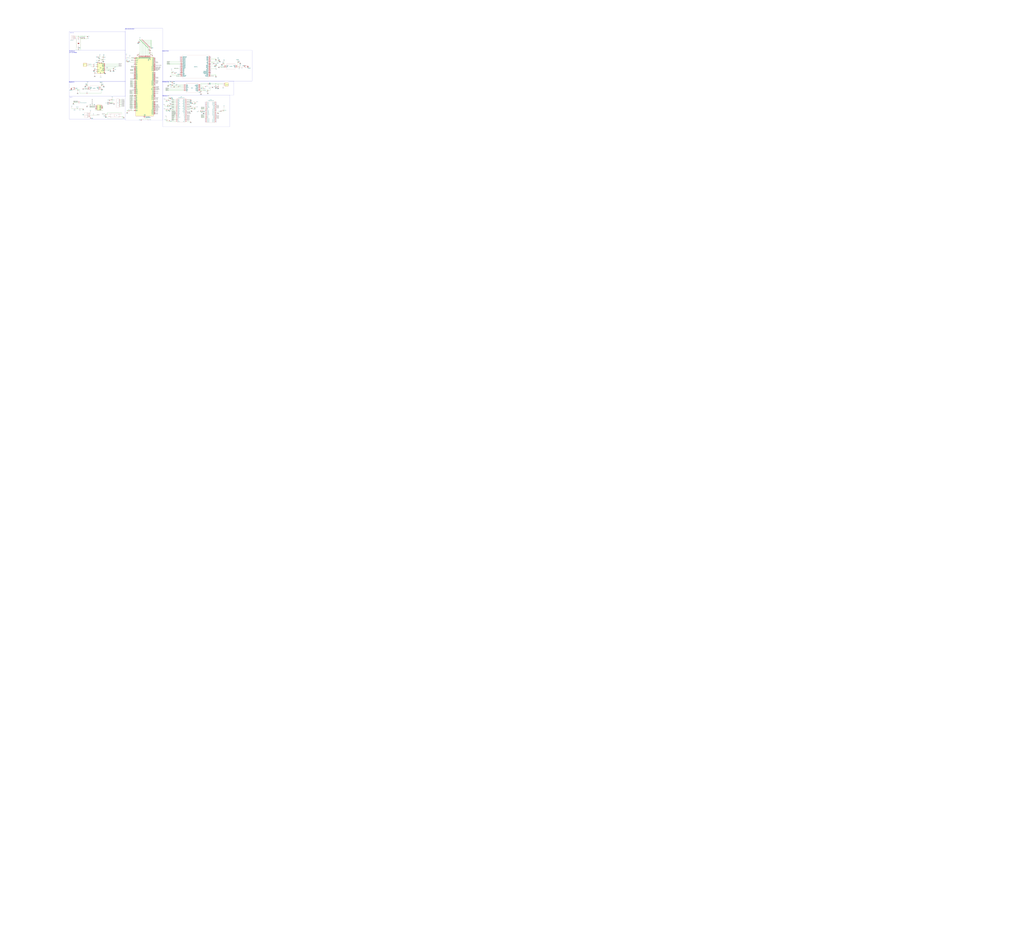
<source format=kicad_sch>
(kicad_sch (version 20231120) (generator "eeschema") (generator_version "8.0")
  (paper "User" 3048 2794)
  (lib_symbols
    (symbol "2024-10-27_00-26-18:SN74AXCH1T45DCKR" (pin_names (offset 0.254))
      (property "Reference" "U" (at 20.32 10.16 0))
      (property "Value" "SN74AXCH1T45DCKR" (at 20.32 7.62 0))
      (symbol "SN74AXCH1T45DCKR_0_1"
        (pin power_in line (at 0 0 0) (length 7.62) (name "VCCA") (number "1"))
        (pin power_out line (at 0 -2.54 0) (length 7.62) (name "GND") (number "2"))
        (pin bidirectional line (at 0 -5.08 0) (length 7.62) (name "A") (number "3"))
        (pin bidirectional line (at 40.64 -5.08 180) (length 7.62) (name "B") (number "4"))
        (pin input line (at 40.64 -2.54 180) (length 7.62) (name "DIR") (number "5"))
        (pin power_in line (at 40.64 0 180) (length 7.62) (name "VCCB") (number "6"))
      )
    )
    (symbol "47053:470531000" (pin_names (offset 0.254))
      (property "Reference" "J" (at 8.89 6.35 0))
      (property "Value" "470531000" (at 0 0 0))
      (symbol "470531000_1_1"
        (pin unspecified line (at 0 0 0) (length 5.08) (name "1") (number "1"))
        (pin unspecified line (at 0 -2.54 0) (length 5.08) (name "2") (number "2"))
        (pin unspecified line (at 0 -5.08 0) (length 5.08) (name "3") (number "3"))
        (pin unspecified line (at 0 -7.62 0) (length 5.08) (name "4") (number "4"))
      )
      (symbol "470531000_1_2"
        (pin unspecified line (at 0 0 0) (length 5.08) (name "1") (number "1"))
        (pin unspecified line (at 0 -2.54 0) (length 5.08) (name "2") (number "2"))
        (pin unspecified line (at 0 -5.08 0) (length 5.08) (name "3") (number "3"))
        (pin unspecified line (at 0 -7.62 0) (length 5.08) (name "4") (number "4"))
      )
    )
    (symbol "AS4C8M16SA-6TCN:AS4C8M16SA-6TCN" (pin_names (offset 0.762))
      (property "Reference" "IC" (at 29.21 7.62 0))
      (property "Value" "AS4C8M16SA-6TCN" (at 29.21 5.08 0))
      (symbol "AS4C8M16SA-6TCN_0_0"
        (pin passive line (at 0 0 0) (length 5.08) (name "VDD_1") (number "1"))
        (pin passive line (at 0 -22.86 0) (length 5.08) (name "DQ5") (number "10"))
        (pin passive line (at 0 -25.4 0) (length 5.08) (name "DQ6") (number "11"))
        (pin passive line (at 0 -27.94 0) (length 5.08) (name "VSSQ_2") (number "12"))
        (pin passive line (at 0 -30.48 0) (length 5.08) (name "DQ7") (number "13"))
        (pin passive line (at 0 -33.02 0) (length 5.08) (name "VDD_2") (number "14"))
        (pin passive line (at 0 -35.56 0) (length 5.08) (name "LDQM") (number "15"))
        (pin passive line (at 0 -38.1 0) (length 5.08) (name "WE#") (number "16"))
        (pin passive line (at 0 -40.64 0) (length 5.08) (name "CAS#") (number "17"))
        (pin passive line (at 0 -43.18 0) (length 5.08) (name "RAS#") (number "18"))
        (pin passive line (at 0 -45.72 0) (length 5.08) (name "CS#") (number "19"))
        (pin passive line (at 0 -2.54 0) (length 5.08) (name "DQ0") (number "2"))
        (pin passive line (at 0 -48.26 0) (length 5.08) (name "BA0") (number "20"))
        (pin passive line (at 0 -50.8 0) (length 5.08) (name "BA1") (number "21"))
        (pin passive line (at 0 -53.34 0) (length 5.08) (name "A10/AP") (number "22"))
        (pin passive line (at 0 -55.88 0) (length 5.08) (name "A0") (number "23"))
        (pin passive line (at 0 -58.42 0) (length 5.08) (name "A1") (number "24"))
        (pin passive line (at 0 -60.96 0) (length 5.08) (name "A2") (number "25"))
        (pin passive line (at 0 -63.5 0) (length 5.08) (name "A3") (number "26"))
        (pin passive line (at 0 -66.04 0) (length 5.08) (name "VDD_3") (number "27"))
        (pin passive line (at 33.02 -66.04 180) (length 5.08) (name "VSS_1") (number "28"))
        (pin passive line (at 33.02 -63.5 180) (length 5.08) (name "A4") (number "29"))
        (pin passive line (at 0 -5.08 0) (length 5.08) (name "VDDQ_1") (number "3"))
        (pin passive line (at 33.02 -60.96 180) (length 5.08) (name "A5") (number "30"))
        (pin passive line (at 33.02 -58.42 180) (length 5.08) (name "A6") (number "31"))
        (pin passive line (at 33.02 -55.88 180) (length 5.08) (name "A7") (number "32"))
        (pin passive line (at 33.02 -53.34 180) (length 5.08) (name "A8") (number "33"))
        (pin passive line (at 33.02 -50.8 180) (length 5.08) (name "A9") (number "34"))
        (pin passive line (at 33.02 -48.26 180) (length 5.08) (name "A11") (number "35"))
        (pin no_connect line (at 33.02 -45.72 180) (length 5.08) (name "NC") (number "36"))
        (pin passive line (at 33.02 -43.18 180) (length 5.08) (name "CKE") (number "37"))
        (pin passive line (at 33.02 -40.64 180) (length 5.08) (name "CLK") (number "38"))
        (pin passive line (at 33.02 -38.1 180) (length 5.08) (name "UDQM") (number "39"))
        (pin passive line (at 0 -7.62 0) (length 5.08) (name "DQ1") (number "4"))
        (pin passive line (at 33.02 -35.56 180) (length 5.08) (name "NC/RFU") (number "40"))
        (pin passive line (at 33.02 -33.02 180) (length 5.08) (name "VSS_2") (number "41"))
        (pin passive line (at 33.02 -30.48 180) (length 5.08) (name "DQ8") (number "42"))
        (pin passive line (at 33.02 -27.94 180) (length 5.08) (name "VDDQ_3") (number "43"))
        (pin passive line (at 33.02 -25.4 180) (length 5.08) (name "DQ9") (number "44"))
        (pin passive line (at 33.02 -22.86 180) (length 5.08) (name "DQ10") (number "45"))
        (pin passive line (at 33.02 -20.32 180) (length 5.08) (name "VSSQ_3") (number "46"))
        (pin passive line (at 33.02 -17.78 180) (length 5.08) (name "DQ11") (number "47"))
        (pin passive line (at 33.02 -15.24 180) (length 5.08) (name "DQ12") (number "48"))
        (pin passive line (at 33.02 -12.7 180) (length 5.08) (name "VDDQ_4") (number "49"))
        (pin passive line (at 0 -10.16 0) (length 5.08) (name "DQ2") (number "5"))
        (pin passive line (at 33.02 -10.16 180) (length 5.08) (name "DQ13") (number "50"))
        (pin passive line (at 33.02 -7.62 180) (length 5.08) (name "DQ14") (number "51"))
        (pin passive line (at 33.02 -5.08 180) (length 5.08) (name "VSSQ_4") (number "52"))
        (pin passive line (at 33.02 -2.54 180) (length 5.08) (name "DQ15") (number "53"))
        (pin passive line (at 33.02 0 180) (length 5.08) (name "VSS_3") (number "54"))
        (pin passive line (at 0 -12.7 0) (length 5.08) (name "VSSQ_1") (number "6"))
        (pin passive line (at 0 -15.24 0) (length 5.08) (name "DQ3") (number "7"))
        (pin passive line (at 0 -17.78 0) (length 5.08) (name "DQ4") (number "8"))
        (pin passive line (at 0 -20.32 0) (length 5.08) (name "VDDQ_2") (number "9"))
      )
    )
    (symbol "Audio:AK5720VT"
      (property "Reference" "U" (at -8.89 16.51 0))
      (property "Value" "AK5720VT" (at 8.89 16.51 0))
      (symbol "AK5720VT_1_1"
        (pin passive line (at -12.7 -5.08 0) (length 2.54) (name "VCOM") (number "1"))
        (pin bidirectional line (at 12.7 7.62 180) (length 2.54) (name "LRCLK") (number "10"))
        (pin input line (at 12.7 12.7 180) (length 2.54) (name "MCLK") (number "11"))
        (pin bidirectional line (at 12.7 10.16 180) (length 2.54) (name "BICK") (number "12"))
        (pin input line (at 12.7 0 180) (length 2.54) (name "~{PDN}") (number "13"))
        (pin input line (at 12.7 -7.62 180) (length 2.54) (name "DIF/TDMI") (number "14"))
        (pin input line (at 12.7 -5.08 180) (length 2.54) (name "FSEL") (number "15"))
        (pin input line (at 12.7 -12.7 180) (length 2.54) (name "CKS") (number "16"))
        (pin input line (at -12.7 10.16 0) (length 2.54) (name "RIN") (number "2"))
        (pin input line (at -12.7 5.08 0) (length 2.54) (name "LIN") (number "3"))
        (pin power_in line (at 0 -17.78 90) (length 2.54) (name "VSS") (number "4"))
        (pin power_in line (at -2.54 17.78 270) (length 2.54) (name "VA") (number "5"))
        (pin power_in line (at 2.54 17.78 270) (length 2.54) (name "VD") (number "6"))
        (pin input line (at 12.7 -2.54 180) (length 2.54) (name "GSEL") (number "7"))
        (pin passive line (at -12.7 -10.16 0) (length 2.54) (name "REGO") (number "8"))
        (pin output line (at 12.7 5.08 180) (length 2.54) (name "SDTO") (number "9"))
      )
    )
    (symbol "Connector:Conn_01x03_Socket" (pin_names (offset 1.016) hide)
      (property "Reference" "J" (at 0 5.08 0))
      (property "Value" "Conn_01x03_Socket" (at 0 -5.08 0))
      (symbol "Conn_01x03_Socket_1_1"
        (pin passive line (at -5.08 2.54 0) (length 3.81) (name "Pin_1") (number "1"))
        (pin passive line (at -5.08 0 0) (length 3.81) (name "Pin_2") (number "2"))
        (pin passive line (at -5.08 -2.54 0) (length 3.81) (name "Pin_3") (number "3"))
      )
    )
    (symbol "DIX9211:DIX9211PTR" (pin_names (offset 0.254))
      (property "Reference" "U" (at 45.72 10.16 0))
      (property "Value" "DIX9211PTR" (at 45.72 7.62 0))
      (symbol "DIX9211PTR_0_1"
        (pin output line (at 0 0 0) (length 7.62) (name "ERROR/INT0") (number "1"))
        (pin bidirectional line (at 0 -22.86 0) (length 7.62) (name "MPIO_C3") (number "10"))
        (pin bidirectional line (at 0 -25.4 0) (length 7.62) (name "MPIO_B0") (number "11"))
        (pin bidirectional line (at 0 -27.94 0) (length 7.62) (name "MPIO_B1") (number "12"))
        (pin bidirectional line (at 0 -30.48 0) (length 7.62) (name "MPIO_B2") (number "13"))
        (pin bidirectional line (at 0 -33.02 0) (length 7.62) (name "MPIO_B3") (number "14"))
        (pin output line (at 0 -35.56 0) (length 7.62) (name "MPO0") (number "15"))
        (pin output line (at 0 -38.1 0) (length 7.62) (name "MPO1") (number "16"))
        (pin output line (at 0 -40.64 0) (length 7.62) (name "DOUT") (number "17"))
        (pin output line (at 0 -43.18 0) (length 7.62) (name "LRCK") (number "18"))
        (pin output line (at 0 -45.72 0) (length 7.62) (name "BCK") (number "19"))
        (pin output line (at 0 -2.54 0) (length 7.62) (name "NPCM/INT1") (number "2"))
        (pin output line (at 0 -48.26 0) (length 7.62) (name "SCKO") (number "20"))
        (pin power_in line (at 0 -50.8 0) (length 7.62) (name "DGND") (number "21"))
        (pin power_in line (at 0 -53.34 0) (length 7.62) (name "DVDD") (number "22"))
        (pin bidirectional line (at 0 -55.88 0) (length 7.62) (name "MDO/ADR0") (number "23"))
        (pin bidirectional line (at 0 -58.42 0) (length 7.62) (name "MDI/SDA") (number "24"))
        (pin input line (at 91.44 -58.42 180) (length 7.62) (name "MC/SCL") (number "25"))
        (pin input line (at 91.44 -55.88 180) (length 7.62) (name "MS/ADR1") (number "26"))
        (pin input line (at 91.44 -53.34 180) (length 7.62) (name "MODE") (number "27"))
        (pin input line (at 91.44 -50.8 180) (length 7.62) (name "RXIN7/ADIN0") (number "28"))
        (pin input line (at 91.44 -48.26 180) (length 7.62) (name "RXIN6/ALRCKIO") (number "29"))
        (pin bidirectional line (at 0 -5.08 0) (length 7.62) (name "MPIO_A0") (number "3"))
        (pin input line (at 91.44 -45.72 180) (length 7.62) (name "RXIN5/ABCKIO") (number "30"))
        (pin input line (at 91.44 -43.18 180) (length 7.62) (name "RXIN4/ASCKIO") (number "31"))
        (pin input line (at 91.44 -40.64 180) (length 7.62) (name "RXIN3") (number "32"))
        (pin input line (at 91.44 -38.1 180) (length 7.62) (name "RXIN2") (number "33"))
        (pin input line (at 91.44 -35.56 180) (length 7.62) (name "RST") (number "34"))
        (pin input line (at 91.44 -33.02 180) (length 7.62) (name "RXIN1") (number "35"))
        (pin power_in line (at 91.44 -30.48 180) (length 7.62) (name "VDDRX") (number "36"))
        (pin input line (at 91.44 -27.94 180) (length 7.62) (name "RXIN0") (number "37"))
        (pin power_in line (at 91.44 -25.4 180) (length 7.62) (name "GNDRX") (number "38"))
        (pin input line (at 91.44 -22.86 180) (length 7.62) (name "XTI") (number "39"))
        (pin bidirectional line (at 0 -7.62 0) (length 7.62) (name "MPIO_A1") (number "4"))
        (pin output line (at 91.44 -20.32 180) (length 7.62) (name "XTO") (number "40"))
        (pin power_in line (at 91.44 -17.78 180) (length 7.62) (name "AGND") (number "41"))
        (pin power_in line (at 91.44 -15.24 180) (length 7.62) (name "VCC") (number "42"))
        (pin output line (at 91.44 -12.7 180) (length 7.62) (name "FILT") (number "43"))
        (pin unspecified line (at 91.44 -10.16 180) (length 7.62) (name "RSV2") (number "44"))
        (pin unspecified line (at 91.44 -7.62 180) (length 7.62) (name "RSV1") (number "45"))
        (pin unspecified line (at 91.44 -5.08 180) (length 7.62) (name "RSV1") (number "46"))
        (pin unspecified line (at 91.44 -2.54 180) (length 7.62) (name "RSV2") (number "47"))
        (pin unspecified line (at 91.44 0 180) (length 7.62) (name "RSV2") (number "48"))
        (pin bidirectional line (at 0 -10.16 0) (length 7.62) (name "MPIO_A2") (number "5"))
        (pin bidirectional line (at 0 -12.7 0) (length 7.62) (name "MPIO_A3") (number "6"))
        (pin bidirectional line (at 0 -15.24 0) (length 7.62) (name "MPIO_C0") (number "7"))
        (pin bidirectional line (at 0 -17.78 0) (length 7.62) (name "MPIO_C1") (number "8"))
        (pin bidirectional line (at 0 -20.32 0) (length 7.62) (name "MPIO_C2") (number "9"))
      )
    )
    (symbol "Device:C_Polarized_Small_US" (pin_numbers hide) (pin_names (offset 0.254) hide)
      (property "Reference" "C" (at 0.254 1.778 0))
      (property "Value" "C_Polarized_Small_US" (at 0.254 -2.032 0))
      (symbol "C_Polarized_Small_US_1_1"
        (pin passive line (at 0 2.54 270) (length 2.032) (name "~") (number "1"))
        (pin passive line (at 0 -2.54 90) (length 2.032) (name "~") (number "2"))
      )
    )
    (symbol "Device:C_Small" (pin_numbers hide) (pin_names (offset 0.254) hide)
      (property "Reference" "C" (at 0.254 1.778 0))
      (property "Value" "C_Small" (at 0.254 -2.032 0))
      (symbol "C_Small_1_1"
        (pin passive line (at 0 2.54 270) (length 2.032) (name "~") (number "1"))
        (pin passive line (at 0 -2.54 90) (length 2.032) (name "~") (number "2"))
      )
    )
    (symbol "Device:FerriteBead_Small" (pin_numbers hide) (pin_names (offset 0))
      (property "Reference" "FB" (at 1.905 1.27 0))
      (property "Value" "FerriteBead_Small" (at 1.905 -1.27 0))
      (symbol "FerriteBead_Small_1_1"
        (pin passive line (at 0 2.54 270) (length 1.27) (name "~") (number "1"))
        (pin passive line (at 0 -2.54 90) (length 1.27) (name "~") (number "2"))
      )
    )
    (symbol "Device:R_Small_US" (pin_numbers hide) (pin_names (offset 0.254) hide)
      (property "Reference" "R" (at 0.762 0.508 0))
      (property "Value" "R_Small_US" (at 0.762 -1.016 0))
      (symbol "R_Small_US_1_1"
        (pin passive line (at 0 2.54 270) (length 1.016) (name "~") (number "1"))
        (pin passive line (at 0 -2.54 90) (length 1.016) (name "~") (number "2"))
      )
    )
    (symbol "FW6190:FW6190"
      (property "Reference" "J" (at 16.51 7.62 0))
      (property "Value" "FW6190" (at 16.51 5.08 0))
      (symbol "FW6190_1_1"
        (pin passive line (at 0 -5.08 0) (length 5.08) (name "1") (number "1"))
        (pin passive line (at 0 -2.54 0) (length 5.08) (name "2") (number "2"))
        (pin passive line (at 0 0 0) (length 5.08) (name "3") (number "3"))
      )
    )
    (symbol "MCU_ST_STM32H7:STM32H7A3ZITx"
      (property "Reference" "U" (at -25.4 90.17 0))
      (property "Value" "STM32H7A3ZITx" (at 20.32 90.17 0))
      (symbol "STM32H7A3ZITx_1_1"
        (pin bidirectional line (at -30.48 -30.48 0) (length 5.08) (name "PE2") (number "1"))
        (pin bidirectional line (at -30.48 17.78 0) (length 5.08) (name "PF0") (number "10"))
        (pin bidirectional line (at 33.02 66.04 180) (length 5.08) (name "PA8") (number "100"))
        (pin bidirectional line (at 33.02 63.5 180) (length 5.08) (name "PA9") (number "101"))
        (pin bidirectional line (at 33.02 60.96 180) (length 5.08) (name "PA10") (number "102"))
        (pin bidirectional line (at 33.02 58.42 180) (length 5.08) (name "PA11") (number "103"))
        (pin bidirectional line (at 33.02 55.88 180) (length 5.08) (name "PA12") (number "104"))
        (pin bidirectional line (at 33.02 53.34 180) (length 5.08) (name "PA13") (number "105"))
        (pin power_out line (at -30.48 -71.12 0) (length 5.08) (name "VCAP") (number "106"))
        (pin passive line (at 0 -91.44 90) (length 5.08) hide (name "VSS") (number "107"))
        (pin power_in line (at 5.08 93.98 270) (length 5.08) (name "VDD") (number "108"))
        (pin bidirectional line (at 33.02 50.8 180) (length 5.08) (name "PA14") (number "109"))
        (pin bidirectional line (at -30.48 15.24 0) (length 5.08) (name "PF1") (number "11"))
        (pin bidirectional line (at 33.02 48.26 180) (length 5.08) (name "PA15") (number "110"))
        (pin bidirectional line (at 33.02 -25.4 180) (length 5.08) (name "PC10") (number "111"))
        (pin bidirectional line (at 33.02 -27.94 180) (length 5.08) (name "PC11") (number "112"))
        (pin bidirectional line (at 33.02 -30.48 180) (length 5.08) (name "PC12") (number "113"))
        (pin bidirectional line (at 33.02 -43.18 180) (length 5.08) (name "PD0") (number "114"))
        (pin bidirectional line (at 33.02 -45.72 180) (length 5.08) (name "PD1") (number "115"))
        (pin bidirectional line (at 33.02 -48.26 180) (length 5.08) (name "PD2") (number "116"))
        (pin bidirectional line (at 33.02 -50.8 180) (length 5.08) (name "PD3") (number "117"))
        (pin bidirectional line (at 33.02 -53.34 180) (length 5.08) (name "PD4") (number "118"))
        (pin bidirectional line (at 33.02 -55.88 180) (length 5.08) (name "PD5") (number "119"))
        (pin bidirectional line (at -30.48 12.7 0) (length 5.08) (name "PF2") (number "12"))
        (pin passive line (at 0 -91.44 90) (length 5.08) hide (name "VSS") (number "120"))
        (pin power_in line (at 17.78 93.98 270) (length 5.08) (name "VDDMMC") (number "121"))
        (pin bidirectional line (at 33.02 -58.42 180) (length 5.08) (name "PD6") (number "122"))
        (pin bidirectional line (at 33.02 -60.96 180) (length 5.08) (name "PD7") (number "123"))
        (pin bidirectional line (at -30.48 38.1 0) (length 5.08) (name "PG9") (number "124"))
        (pin bidirectional line (at -30.48 35.56 0) (length 5.08) (name "PG10") (number "125"))
        (pin bidirectional line (at -30.48 33.02 0) (length 5.08) (name "PG11") (number "126"))
        (pin bidirectional line (at -30.48 30.48 0) (length 5.08) (name "PG12") (number "127"))
        (pin bidirectional line (at -30.48 27.94 0) (length 5.08) (name "PG13") (number "128"))
        (pin bidirectional line (at -30.48 25.4 0) (length 5.08) (name "PG14") (number "129"))
        (pin bidirectional line (at -30.48 10.16 0) (length 5.08) (name "PF3") (number "13"))
        (pin passive line (at 0 -91.44 90) (length 5.08) hide (name "VSS") (number "130"))
        (pin power_in line (at 7.62 93.98 270) (length 5.08) (name "VDD") (number "131"))
        (pin bidirectional line (at -30.48 22.86 0) (length 5.08) (name "PG15") (number "132"))
        (pin bidirectional line (at 33.02 35.56 180) (length 5.08) (name "PB3") (number "133"))
        (pin bidirectional line (at 33.02 33.02 180) (length 5.08) (name "PB4") (number "134"))
        (pin bidirectional line (at 33.02 30.48 180) (length 5.08) (name "PB5") (number "135"))
        (pin bidirectional line (at 33.02 27.94 180) (length 5.08) (name "PB6") (number "136"))
        (pin bidirectional line (at 33.02 25.4 180) (length 5.08) (name "PB7") (number "137"))
        (pin input line (at -30.48 78.74 0) (length 5.08) (name "BOOT0") (number "138"))
        (pin bidirectional line (at 33.02 22.86 180) (length 5.08) (name "PB8") (number "139"))
        (pin bidirectional line (at -30.48 7.62 0) (length 5.08) (name "PF4") (number "14"))
        (pin bidirectional line (at 33.02 20.32 180) (length 5.08) (name "PB9") (number "140"))
        (pin bidirectional line (at -30.48 -25.4 0) (length 5.08) (name "PE0") (number "141"))
        (pin bidirectional line (at -30.48 -27.94 0) (length 5.08) (name "PE1") (number "142"))
        (pin input line (at -30.48 83.82 0) (length 5.08) (name "PDR_ON") (number "143"))
        (pin power_in line (at 10.16 93.98 270) (length 5.08) (name "VDD") (number "144"))
        (pin bidirectional line (at -30.48 5.08 0) (length 5.08) (name "PF5") (number "15"))
        (pin power_in line (at 0 -91.44 90) (length 5.08) (name "VSS") (number "16"))
        (pin power_in line (at -12.7 93.98 270) (length 5.08) (name "VDD") (number "17"))
        (pin bidirectional line (at -30.48 2.54 0) (length 5.08) (name "PF6") (number "18"))
        (pin bidirectional line (at -30.48 0 0) (length 5.08) (name "PF7") (number "19"))
        (pin bidirectional line (at -30.48 -33.02 0) (length 5.08) (name "PE3") (number "2"))
        (pin bidirectional line (at -30.48 -2.54 0) (length 5.08) (name "PF8") (number "20"))
        (pin bidirectional line (at -30.48 -5.08 0) (length 5.08) (name "PF9") (number "21"))
        (pin bidirectional line (at -30.48 -7.62 0) (length 5.08) (name "PF10") (number "22"))
        (pin bidirectional line (at -30.48 68.58 0) (length 5.08) (name "PH0") (number "23"))
        (pin bidirectional line (at -30.48 66.04 0) (length 5.08) (name "PH1") (number "24"))
        (pin input line (at -30.48 86.36 0) (length 5.08) (name "NRST") (number "25"))
        (pin bidirectional line (at 33.02 0 180) (length 5.08) (name "PC0") (number "26"))
        (pin bidirectional line (at 33.02 -2.54 180) (length 5.08) (name "PC1") (number "27"))
        (pin bidirectional line (at 33.02 -5.08 180) (length 5.08) (name "PC2_C") (number "28"))
        (pin bidirectional line (at 33.02 -7.62 180) (length 5.08) (name "PC3_C") (number "29"))
        (pin bidirectional line (at -30.48 -35.56 0) (length 5.08) (name "PE4") (number "3"))
        (pin power_in line (at -10.16 93.98 270) (length 5.08) (name "VDD") (number "30"))
        (pin power_in line (at 2.54 -91.44 90) (length 5.08) (name "VSSA") (number "31"))
        (pin input line (at -30.48 73.66 0) (length 5.08) (name "VREF+") (number "32"))
        (pin power_in line (at 15.24 93.98 270) (length 5.08) (name "VDDA") (number "33"))
        (pin bidirectional line (at 33.02 86.36 180) (length 5.08) (name "PA0") (number "34"))
        (pin bidirectional line (at 33.02 83.82 180) (length 5.08) (name "PA1") (number "35"))
        (pin bidirectional line (at 33.02 81.28 180) (length 5.08) (name "PA2") (number "36"))
        (pin bidirectional line (at 33.02 78.74 180) (length 5.08) (name "PA3") (number "37"))
        (pin passive line (at 0 -91.44 90) (length 5.08) hide (name "VSS") (number "38"))
        (pin power_in line (at -7.62 93.98 270) (length 5.08) (name "VDD") (number "39"))
        (pin bidirectional line (at -30.48 -38.1 0) (length 5.08) (name "PE5") (number "4"))
        (pin bidirectional line (at 33.02 76.2 180) (length 5.08) (name "PA4") (number "40"))
        (pin bidirectional line (at 33.02 73.66 180) (length 5.08) (name "PA5") (number "41"))
        (pin bidirectional line (at 33.02 71.12 180) (length 5.08) (name "PA6") (number "42"))
        (pin bidirectional line (at 33.02 68.58 180) (length 5.08) (name "PA7") (number "43"))
        (pin bidirectional line (at 33.02 -10.16 180) (length 5.08) (name "PC4") (number "44"))
        (pin bidirectional line (at 33.02 -12.7 180) (length 5.08) (name "PC5") (number "45"))
        (pin bidirectional line (at 33.02 43.18 180) (length 5.08) (name "PB0") (number "46"))
        (pin bidirectional line (at 33.02 40.64 180) (length 5.08) (name "PB1") (number "47"))
        (pin bidirectional line (at 33.02 38.1 180) (length 5.08) (name "PB2") (number "48"))
        (pin bidirectional line (at -30.48 -10.16 0) (length 5.08) (name "PF11") (number "49"))
        (pin bidirectional line (at -30.48 -40.64 0) (length 5.08) (name "PE6") (number "5"))
        (pin bidirectional line (at -30.48 -12.7 0) (length 5.08) (name "PF12") (number "50"))
        (pin passive line (at 0 -91.44 90) (length 5.08) hide (name "VSS") (number "51"))
        (pin power_in line (at -5.08 93.98 270) (length 5.08) (name "VDD") (number "52"))
        (pin bidirectional line (at -30.48 -15.24 0) (length 5.08) (name "PF13") (number "53"))
        (pin bidirectional line (at -30.48 -17.78 0) (length 5.08) (name "PF14") (number "54"))
        (pin bidirectional line (at -30.48 -20.32 0) (length 5.08) (name "PF15") (number "55"))
        (pin bidirectional line (at -30.48 60.96 0) (length 5.08) (name "PG0") (number "56"))
        (pin bidirectional line (at -30.48 58.42 0) (length 5.08) (name "PG1") (number "57"))
        (pin bidirectional line (at -30.48 -43.18 0) (length 5.08) (name "PE7") (number "58"))
        (pin bidirectional line (at -30.48 -45.72 0) (length 5.08) (name "PE8") (number "59"))
        (pin power_in line (at -15.24 93.98 270) (length 5.08) (name "VBAT") (number "6"))
        (pin bidirectional line (at -30.48 -48.26 0) (length 5.08) (name "PE9") (number "60"))
        (pin passive line (at 0 -91.44 90) (length 5.08) hide (name "VSS") (number "61"))
        (pin power_in line (at -2.54 93.98 270) (length 5.08) (name "VDD") (number "62"))
        (pin bidirectional line (at -30.48 -50.8 0) (length 5.08) (name "PE10") (number "63"))
        (pin bidirectional line (at -30.48 -53.34 0) (length 5.08) (name "PE11") (number "64"))
        (pin bidirectional line (at -30.48 -55.88 0) (length 5.08) (name "PE12") (number "65"))
        (pin bidirectional line (at -30.48 -58.42 0) (length 5.08) (name "PE13") (number "66"))
        (pin bidirectional line (at -30.48 -60.96 0) (length 5.08) (name "PE14") (number "67"))
        (pin bidirectional line (at -30.48 -63.5 0) (length 5.08) (name "PE15") (number "68"))
        (pin bidirectional line (at 33.02 17.78 180) (length 5.08) (name "PB10") (number "69"))
        (pin bidirectional line (at 33.02 -33.02 180) (length 5.08) (name "PC13") (number "7"))
        (pin bidirectional line (at 33.02 15.24 180) (length 5.08) (name "PB11") (number "70"))
        (pin power_out line (at -30.48 -68.58 0) (length 5.08) (name "VCAP") (number "71"))
        (pin power_in line (at 0 93.98 270) (length 5.08) (name "VDD") (number "72"))
        (pin bidirectional line (at 33.02 12.7 180) (length 5.08) (name "PB12") (number "73"))
        (pin bidirectional line (at 33.02 10.16 180) (length 5.08) (name "PB13") (number "74"))
        (pin bidirectional line (at 33.02 7.62 180) (length 5.08) (name "PB14") (number "75"))
        (pin bidirectional line (at 33.02 5.08 180) (length 5.08) (name "PB15") (number "76"))
        (pin bidirectional line (at 33.02 -63.5 180) (length 5.08) (name "PD8") (number "77"))
        (pin bidirectional line (at 33.02 -66.04 180) (length 5.08) (name "PD9") (number "78"))
        (pin bidirectional line (at 33.02 -68.58 180) (length 5.08) (name "PD10") (number "79"))
        (pin bidirectional line (at 33.02 -35.56 180) (length 5.08) (name "PC14") (number "8"))
        (pin bidirectional line (at 33.02 -71.12 180) (length 5.08) (name "PD11") (number "80"))
        (pin bidirectional line (at 33.02 -73.66 180) (length 5.08) (name "PD12") (number "81"))
        (pin bidirectional line (at 33.02 -76.2 180) (length 5.08) (name "PD13") (number "82"))
        (pin passive line (at 0 -91.44 90) (length 5.08) hide (name "VSS") (number "83"))
        (pin power_in line (at 2.54 93.98 270) (length 5.08) (name "VDD") (number "84"))
        (pin bidirectional line (at 33.02 -78.74 180) (length 5.08) (name "PD14") (number "85"))
        (pin bidirectional line (at 33.02 -81.28 180) (length 5.08) (name "PD15") (number "86"))
        (pin bidirectional line (at -30.48 55.88 0) (length 5.08) (name "PG2") (number "87"))
        (pin bidirectional line (at -30.48 53.34 0) (length 5.08) (name "PG3") (number "88"))
        (pin bidirectional line (at -30.48 50.8 0) (length 5.08) (name "PG4") (number "89"))
        (pin bidirectional line (at 33.02 -38.1 180) (length 5.08) (name "PC15") (number "9"))
        (pin bidirectional line (at -30.48 48.26 0) (length 5.08) (name "PG5") (number "90"))
        (pin bidirectional line (at -30.48 45.72 0) (length 5.08) (name "PG6") (number "91"))
        (pin bidirectional line (at -30.48 43.18 0) (length 5.08) (name "PG7") (number "92"))
        (pin bidirectional line (at -30.48 40.64 0) (length 5.08) (name "PG8") (number "93"))
        (pin passive line (at 0 -91.44 90) (length 5.08) hide (name "VSS") (number "94"))
        (pin power_in line (at 12.7 93.98 270) (length 5.08) (name "VDD33_USB") (number "95"))
        (pin bidirectional line (at 33.02 -15.24 180) (length 5.08) (name "PC6") (number "96"))
        (pin bidirectional line (at 33.02 -17.78 180) (length 5.08) (name "PC7") (number "97"))
        (pin bidirectional line (at 33.02 -20.32 180) (length 5.08) (name "PC8") (number "98"))
        (pin bidirectional line (at 33.02 -22.86 180) (length 5.08) (name "PC9") (number "99"))
      )
    )
    (symbol "NAU8402WG:NAU8402WG" (pin_names (offset 0.254))
      (property "Reference" "U" (at 25.4 10.16 0))
      (property "Value" "NAU8402WG" (at 25.4 7.62 0))
      (symbol "NAU8402WG_0_1"
        (pin power_out line (at 0 0 0) (length 7.62) (name "VSSA") (number "1"))
        (pin power_in line (at 50.8 -15.24 180) (length 7.62) (name "LINEVDD") (number "10"))
        (pin output line (at 50.8 -12.7 180) (length 7.62) (name "CPCA") (number "11"))
        (pin power_out line (at 50.8 -10.16 180) (length 7.62) (name "LINEGND") (number "12"))
        (pin output line (at 50.8 -7.62 180) (length 7.62) (name "CPCB") (number "13"))
        (pin output line (at 50.8 -5.08 180) (length 7.62) (name "CPOUT") (number "14"))
        (pin output line (at 50.8 -2.54 180) (length 7.62) (name "RLINEOUT") (number "15"))
        (pin output line (at 50.8 0 180) (length 7.62) (name "LLINEOU") (number "16"))
        (pin power_in line (at 0 -2.54 0) (length 7.62) (name "VDDA") (number "2"))
        (pin power_in line (at 0 -5.08 0) (length 7.62) (name "VREF") (number "3"))
        (pin input line (at 0 -7.62 0) (length 7.62) (name "MUTEB") (number "4"))
        (pin input line (at 0 -10.16 0) (length 7.62) (name "FS") (number "5"))
        (pin input line (at 0 -12.7 0) (length 7.62) (name "DACIN") (number "6"))
        (pin input line (at 0 -15.24 0) (length 7.62) (name "BCLK") (number "7"))
        (pin input line (at 0 -17.78 0) (length 7.62) (name "MCLK") (number "8"))
        (pin power_in line (at 50.8 -17.78 180) (length 7.62) (name "VDDB") (number "9"))
      )
    )
    (symbol "RCJ-027:RCJ-027" (pin_names (offset 1.016))
      (property "Reference" "J" (at -2.5403 3.8105 0))
      (property "Value" "RCJ-027" (at -2.5431 -6.3577 0))
      (symbol "RCJ-027_0_0"
        (pin passive line (at 7.62 2.54 180) (length 2.54) (name "1") (number "1A"))
        (pin passive line (at 7.62 -2.54 180) (length 2.54) (name "2") (number "2"))
      )
    )
    (symbol "Same Sky slide switch:SLW-883935-2A-D" (pin_names (offset 0.254))
      (property "Reference" "SW" (at 12.7 7.62 0))
      (property "Value" "SLW-883935-2A-D" (at 20.32 5.08 0))
      (symbol "SLW-883935-2A-D_0_1"
        (pin unspecified line (at 0 0 0) (length 7.62) (name "1") (number "1"))
        (pin unspecified line (at 0 -5.08 0) (length 7.62) (name "2") (number "2"))
        (pin unspecified line (at 0 -10.16 0) (length 7.62) (name "3") (number "3"))
      )
    )
    (symbol "TC58BVG1S3HTA00:TC58BVG1S3HTA00" (pin_names (offset 0.762))
      (property "Reference" "IC" (at 29.21 7.62 0))
      (property "Value" "TC58BVG1S3HTA00" (at 29.21 5.08 0))
      (symbol "TC58BVG1S3HTA00_0_0"
        (pin passive line (at 0 0 0) (length 5.08) (name "NC_1") (number "1"))
        (pin passive line (at 0 -22.86 0) (length 5.08) (name "NC_7") (number "10"))
        (pin passive line (at 0 -25.4 0) (length 5.08) (name "NC_8") (number "11"))
        (pin passive line (at 0 -27.94 0) (length 5.08) (name "VCC_1") (number "12"))
        (pin passive line (at 0 -30.48 0) (length 5.08) (name "VSS_1") (number "13"))
        (pin passive line (at 0 -33.02 0) (length 5.08) (name "NC_9") (number "14"))
        (pin passive line (at 0 -35.56 0) (length 5.08) (name "NC_10") (number "15"))
        (pin passive line (at 0 -38.1 0) (length 5.08) (name "CLE") (number "16"))
        (pin passive line (at 0 -40.64 0) (length 5.08) (name "ALE") (number "17"))
        (pin passive line (at 0 -43.18 0) (length 5.08) (name "~{WE}") (number "18"))
        (pin passive line (at 0 -45.72 0) (length 5.08) (name "~{WP}") (number "19"))
        (pin passive line (at 0 -2.54 0) (length 5.08) (name "NC_2") (number "2"))
        (pin passive line (at 0 -48.26 0) (length 5.08) (name "NC_11") (number "20"))
        (pin passive line (at 0 -50.8 0) (length 5.08) (name "NC_12") (number "21"))
        (pin passive line (at 0 -53.34 0) (length 5.08) (name "NC_13") (number "22"))
        (pin passive line (at 0 -55.88 0) (length 5.08) (name "NC_14") (number "23"))
        (pin passive line (at 0 -58.42 0) (length 5.08) (name "NC_15") (number "24"))
        (pin passive line (at 33.02 -58.42 180) (length 5.08) (name "NC_16") (number "25"))
        (pin passive line (at 33.02 -55.88 180) (length 5.08) (name "NC_17") (number "26"))
        (pin passive line (at 33.02 -53.34 180) (length 5.08) (name "NC_18") (number "27"))
        (pin passive line (at 33.02 -50.8 180) (length 5.08) (name "NC_19") (number "28"))
        (pin passive line (at 33.02 -48.26 180) (length 5.08) (name "I/O1") (number "29"))
        (pin passive line (at 0 -5.08 0) (length 5.08) (name "NC_3") (number "3"))
        (pin passive line (at 33.02 -45.72 180) (length 5.08) (name "I/O2") (number "30"))
        (pin passive line (at 33.02 -43.18 180) (length 5.08) (name "I/O3") (number "31"))
        (pin passive line (at 33.02 -40.64 180) (length 5.08) (name "I/O4") (number "32"))
        (pin passive line (at 33.02 -38.1 180) (length 5.08) (name "NC_20") (number "33"))
        (pin passive line (at 33.02 -35.56 180) (length 5.08) (name "NC_21") (number "34"))
        (pin passive line (at 33.02 -33.02 180) (length 5.08) (name "NC_22") (number "35"))
        (pin passive line (at 33.02 -30.48 180) (length 5.08) (name "VSS_2") (number "36"))
        (pin passive line (at 33.02 -27.94 180) (length 5.08) (name "VCC_2") (number "37"))
        (pin passive line (at 33.02 -25.4 180) (length 5.08) (name "NC_23") (number "38"))
        (pin passive line (at 33.02 -22.86 180) (length 5.08) (name "NC_24") (number "39"))
        (pin passive line (at 0 -7.62 0) (length 5.08) (name "NC_4") (number "4"))
        (pin passive line (at 33.02 -20.32 180) (length 5.08) (name "NC_25") (number "40"))
        (pin passive line (at 33.02 -17.78 180) (length 5.08) (name "I/O5") (number "41"))
        (pin passive line (at 33.02 -15.24 180) (length 5.08) (name "I/O6") (number "42"))
        (pin passive line (at 33.02 -12.7 180) (length 5.08) (name "I/O7") (number "43"))
        (pin passive line (at 33.02 -10.16 180) (length 5.08) (name "I/O8") (number "44"))
        (pin passive line (at 33.02 -7.62 180) (length 5.08) (name "NC_26") (number "45"))
        (pin passive line (at 33.02 -5.08 180) (length 5.08) (name "NC_27") (number "46"))
        (pin passive line (at 33.02 -2.54 180) (length 5.08) (name "NC_28") (number "47"))
        (pin passive line (at 33.02 0 180) (length 5.08) (name "NC_29") (number "48"))
        (pin passive line (at 0 -10.16 0) (length 5.08) (name "NC_5") (number "5"))
        (pin passive line (at 0 -12.7 0) (length 5.08) (name "NC_6") (number "6"))
        (pin passive line (at 0 -15.24 0) (length 5.08) (name "RY/~{BY}") (number "7"))
        (pin passive line (at 0 -17.78 0) (length 5.08) (name "~{RE}") (number "8"))
        (pin passive line (at 0 -20.32 0) (length 5.08) (name "~{CE}") (number "9"))
      )
    )
    (symbol "TVS diode:DF2S5M4SL_L3F" (pin_names (offset 0.254))
      (property "Reference" "U" (at 20.32 10.16 0))
      (property "Value" "DF2S5M4SL_L3F" (at 20.32 7.62 0))
      (symbol "DF2S5M4SL_L3F_0_1"
        (pin unspecified line (at 0 0 0) (length 7.62) (name "1") (number "1"))
        (pin unspecified line (at 40.64 0 180) (length 7.62) (name "2") (number "2"))
      )
    )
    (symbol "USB-M26FTR:USB-M26FTR"
      (property "Reference" "J" (at 19.05 7.62 0))
      (property "Value" "USB-M26FTR" (at 19.05 5.08 0))
      (symbol "USB-M26FTR_1_1"
        (pin passive line (at 0 0 0) (length 5.08) (name "1") (number "1"))
        (pin passive line (at 0 -2.54 0) (length 5.08) (name "2") (number "2"))
        (pin passive line (at 0 -5.08 0) (length 5.08) (name "3") (number "3"))
        (pin passive line (at 0 -7.62 0) (length 5.08) (name "4") (number "4"))
        (pin passive line (at 0 -10.16 0) (length 5.08) (name "5") (number "5"))
        (pin passive line (at 22.86 0 180) (length 5.08) (name "MP1") (number "6"))
        (pin passive line (at 22.86 -2.54 180) (length 5.08) (name "MP2") (number "7"))
        (pin passive line (at 22.86 -5.08 180) (length 5.08) (name "MP3") (number "8"))
        (pin passive line (at 22.86 -7.62 180) (length 5.08) (name "MP4") (number "9"))
      )
    )
    (symbol "custom:86jb2"
      (property "Reference" "K" (at 0 6.604 0))
      (symbol "86jb2_1_1"
        (pin output line (at -10.16 -1.27 90) (length 1.27) (name "F") (number "1"))
        (pin output line (at -7.62 -1.27 90) (length 1.27) (name "G") (number "2"))
        (pin input line (at -5.08 -1.27 90) (length 1.27) (name "H") (number "3"))
        (pin input line (at -2.54 -1.27 90) (length 1.27) (name "J") (number "4"))
        (pin output line (at 0 -1.27 90) (length 1.27) (name "K") (number "5"))
        (pin input line (at 2.54 -1.27 90) (length 1.27) (name "L") (number "6"))
        (pin input line (at 5.08 -1.27 90) (length 1.27) (name "M") (number "7"))
        (pin output line (at 7.62 -1.27 90) (length 1.27) (name "N") (number "8"))
        (pin output line (at 10.16 -1.27 90) (length 1.27) (name "P") (number "9"))
      )
    )
    (symbol "custom:GME12864"
      (property "Reference" "LC" (at 0 0 0))
      (symbol "GME12864_1_1"
        (pin power_in line (at 5.08 2.54 180) (length 2.54) (name "VCC") (number "1"))
        (pin power_in line (at 5.08 1.27 180) (length 2.54) (name "GND") (number "2"))
        (pin input line (at 5.08 -1.27 180) (length 2.54) (name "SCL") (number "3"))
        (pin input line (at 5.08 -2.54 180) (length 2.54) (name "SDA") (number "4"))
      )
    )
    (symbol "power:GND" (power) (pin_numbers hide) (pin_names (offset 0) hide)
      (property "Value" "GND" (at 0 -3.81 0))
      (symbol "GND_1_1"
        (pin power_in line (at 0 0 270) (length 0) (name "~") (number "1"))
      )
    )
    (symbol "power:GNDA" (power) (pin_numbers hide) (pin_names (offset 0) hide)
      (property "Value" "GNDA" (at 0 -3.81 0))
      (symbol "GNDA_1_1"
        (pin power_in line (at 0 0 270) (length 0) (name "~") (number "1"))
      )
    )
    (symbol "power:GNDD" (power) (pin_numbers hide) (pin_names (offset 0) hide)
      (property "Value" "GNDD" (at 0 -3.175 0))
      (symbol "GNDD_1_1"
        (pin power_in line (at 0 0 270) (length 0) (name "~") (number "1"))
      )
    )
    (symbol "power:VCCQ" (power) (pin_numbers hide) (pin_names (offset 0) hide)
      (property "Value" "VCCQ" (at 0 3.556 0))
      (symbol "VCCQ_1_1"
        (pin power_in line (at 0 0 90) (length 0) (name "~") (number "1"))
      )
    )
    (symbol "power:VDD" (power) (pin_numbers hide) (pin_names (offset 0) hide)
      (property "Value" "VDD" (at 0 3.556 0))
      (symbol "VDD_1_1"
        (pin power_in line (at 0 0 90) (length 0) (name "~") (number "1"))
      )
    )
    (symbol "power:VDDA" (power) (pin_numbers hide) (pin_names (offset 0) hide)
      (property "Value" "VDDA" (at 0 3.556 0))
      (symbol "VDDA_1_1"
        (pin power_in line (at 0 0 90) (length 0) (name "~") (number "1"))
      )
    )
    (symbol "red button:PTS645SK43SMTR92LFS" (pin_names (offset 0.254))
      (property "Reference" "U" (at 20.32 7.62 0))
      (property "Value" "PTS645SK43SMTR92LFS" (at 20.32 5.08 0))
      (symbol "PTS645SK43SMTR92LFS_0_1"
        (pin unspecified line (at 0 0 0) (length 7.62) (name "1") (number "1"))
        (pin unspecified line (at 40.64 0 180) (length 7.62) (name "2") (number "2"))
        (pin unspecified line (at 0 -7.62 0) (length 7.62) (name "3") (number "3"))
        (pin unspecified line (at 40.64 -7.62 180) (length 7.62) (name "4") (number "4"))
      )
    )
  )
  (junction (at 292.1 180.34))
  (junction (at 275.59 313.69))
  (junction (at 495.3 358.14))
  (junction (at 241.3 107.95))
  (junction (at 364.49 347.98))
  (junction (at 229.87 323.85))
  (junction (at 307.34 177.8))
  (junction (at 297.18 167.64))
  (junction (at 431.8 133.35))
  (junction (at 314.96 340.36))
  (junction (at 579.12 323.85))
  (junction (at 502.92 292.1))
  (junction (at 648.97 180.34))
  (junction (at 233.68 148.59))
  (junction (at 246.38 107.95))
  (junction (at 251.46 115.57))
  (junction (at 434.34 135.89))
  (junction (at 449.58 123.19))
  (junction (at 642.62 224.79))
  (junction (at 251.46 107.95))
  (junction (at 447.04 162.56))
  (junction (at 233.68 107.95))
  (junction (at 426.72 128.27))
  (junction (at 500.38 254))
  (junction (at 378.46 330.2))
  (junction (at 419.1 120.65))
  (junction (at 246.38 115.57))
  (junction (at 514.35 245.11))
  (junction (at 598.17 332.74))
  (junction (at 449.58 140.97))
  (junction (at 318.77 340.36))
  (junction (at 424.18 125.73))
  (junction (at 510.54 215.9))
  (junction (at 426.72 129.54))
  (junction (at 642.62 176.53))
  (junction (at 645.16 194.31))
  (junction (at 618.49 267.97))
  (junction (at 375.92 181.61))
  (junction (at 598.17 270.51))
  (junction (at 707.39 185.42))
  (junction (at 444.5 160.02))
  (junction (at 302.26 177.8))
  (junction (at 453.39 162.56))
  (junction (at 449.58 138.43))
  (junction (at 300.99 254))
  (junction (at 218.4627 307.34))
  (junction (at 449.58 128.27))
  (junction (at 496.57 328.93))
  (junction (at 241.3 115.57))
  (junction (at 434.34 137.16))
  (junction (at 666.75 328.93))
  (junction (at 449.58 135.89))
  (junction (at 499.11 316.23))
  (junction (at 421.64 123.19))
  (junction (at 648.97 251.46))
  (junction (at 449.58 130.81))
  (junction (at 436.88 139.7))
  (junction (at 424.18 127))
  (junction (at 631.19 186.69))
  (junction (at 297.18 180.34))
  (junction (at 429.26 132.08))
  (junction (at 328.93 208.28))
  (junction (at 421.64 124.46))
  (junction (at 419.1 121.92))
  (junction (at 429.26 130.81))
  (junction (at 444.5 157.48))
  (junction (at 580.39 308.61))
  (junction (at 416.56 125.73))
  (junction (at 416.56 118.11))
  (junction (at 449.58 120.65))
  (junction (at 514.35 254))
  (junction (at 449.58 125.73))
  (junction (at 441.96 146.05))
  (junction (at 436.88 138.43))
  (junction (at 337.82 203.2))
  (junction (at 307.34 168.91))
  (junction (at 642.62 248.92))
  (junction (at 439.42 140.97))
  (junction (at 306.07 317.5))
  (junction (at 334.01 297.18))
  (junction (at 447.04 149.86))
  (junction (at 306.07 322.58))
  (junction (at 439.42 142.24))
  (junction (at 496.57 300.99))
  (junction (at 666.75 189.23))
  (junction (at 306.07 320.04))
  (junction (at 441.96 149.86))
  (junction (at 231.14 266.7))
  (junction (at 414.02 162.56))
  (junction (at 416.56 119.38))
  (junction (at 431.8 134.62))
  (junction (at 260.35 254))
  (junction (at 449.58 133.35))
  (no_connect (at 462.28 276.86))
  (no_connect (at 462.28 177.8))
  (no_connect (at 462.28 223.52))
  (no_connect (at 627.38 168.91))
  (no_connect (at 610.87 312.42))
  (no_connect (at 462.28 215.9))
  (no_connect (at 535.94 217.17))
  (no_connect (at 398.78 226.06))
  (no_connect (at 224.79 113.03))
  (no_connect (at 610.87 314.96))
  (no_connect (at 535.94 201.93))
  (no_connect (at 462.28 238.76))
  (no_connect (at 462.28 182.88))
  (no_connect (at 462.28 335.28))
  (no_connect (at 398.78 231.14))
  (no_connect (at 643.89 330.2))
  (no_connect (at 627.38 214.63))
  (no_connect (at 398.78 190.5))
  (no_connect (at 535.94 176.53))
  (no_connect (at 462.28 307.34))
  (no_connect (at 610.87 307.34))
  (no_connect (at 627.38 179.07))
  (no_connect (at 610.87 317.5))
  (no_connect (at 610.87 360.68))
  (no_connect (at 462.28 254))
  (no_connect (at 627.38 196.85))
  (no_connect (at 556.26 331.47))
  (no_connect (at 462.28 175.26))
  (no_connect (at 610.87 363.22))
  (no_connect (at 610.87 309.88))
  (no_connect (at 462.28 309.88))
  (no_connect (at 610.87 353.06))
  (no_connect (at 462.28 172.72))
  (no_connect (at 610.87 355.6))
  (no_connect (at 627.38 171.45))
  (no_connect (at 398.78 261.62))
  (no_connect (at 224.79 115.57))
  (no_connect (at 627.38 191.77))
  (no_connect (at 535.94 199.39))
  (no_connect (at 643.89 327.66))
  (no_connect (at 462.28 236.22))
  (no_connect (at 462.28 284.48))
  (no_connect (at 462.28 226.06))
  (no_connect (at 462.28 220.98))
  (no_connect (at 535.94 194.31))
  (no_connect (at 283.21 322.58))
  (no_connect (at 398.78 228.6))
  (no_connect (at 535.94 214.63))
  (no_connect (at 462.28 251.46))
  (no_connect (at 643.89 337.82))
  (no_connect (at 462.28 228.6))
  (no_connect (at 627.38 219.71))
  (no_connect (at 535.94 209.55))
  (no_connect (at 398.78 266.7))
  (no_connect (at 398.78 205.74))
  (no_connect (at 643.89 342.9))
  (no_connect (at 462.28 218.44))
  (no_connect (at 535.94 168.91))
  (no_connect (at 398.78 220.98))
  (no_connect (at 643.89 360.68))
  (no_connect (at 643.89 312.42))
  (no_connect (at 643.89 363.22))
  (no_connect (at 610.87 337.82))
  (no_connect (at 627.38 217.17))
  (no_connect (at 398.78 223.52))
  (no_connect (at 462.28 287.02))
  (no_connect (at 535.94 196.85))
  (no_connect (at 610.87 304.8))
  (no_connect (at 643.89 304.8))
  (no_connect (at 535.94 179.07))
  (no_connect (at 398.78 193.04))
  (no_connect (at 627.38 212.09))
  (no_connect (at 643.89 355.6))
  (no_connect (at 610.87 358.14))
  (no_connect (at 398.78 203.2))
  (no_connect (at 398.78 264.16))
  (no_connect (at 627.38 209.55))
  (no_connect (at 610.87 330.2))
  (no_connect (at 627.38 201.93))
  (no_connect (at 643.89 309.88))
  (no_connect (at 535.94 173.99))
  (no_connect (at 462.28 271.78))
  (no_connect (at 643.89 358.14))
  (no_connect (at 398.78 215.9))
  (no_connect (at 398.78 233.68))
  (no_connect (at 627.38 181.61))
  (no_connect (at 462.28 193.04))
  (no_connect (at 462.28 190.5))
  (no_connect (at 610.87 327.66))
  (no_connect (at 643.89 340.36))
  (no_connect (at 643.89 307.34))
  (no_connect (at 462.28 281.94))
  (no_connect (at 535.94 207.01))
  (no_connect (at 535.94 212.09))
  (no_connect (at 627.38 189.23))
  (no_connect (at 535.94 181.61))
  (no_connect (at 627.38 207.01))
  (no_connect (at 462.28 180.34))
  (no_connect (at 610.87 340.36))
  (no_connect (at 643.89 325.12))
  (no_connect (at 398.78 213.36))
  (no_connect (at 462.28 198.12))
  (no_connect (at 535.94 171.45))
  (no_connect (at 462.28 289.56))
  (wire (pts (xy 596.9 248.92) (xy 596.9 252.73)))
  (wire (pts (xy 431.8 354.33) (xy 440.69 354.33)))
  (wire (pts (xy 657.86 328.93) (xy 661.67 328.93)))
  (wire (pts (xy 297.18 180.34) (xy 297.18 177.8)))
  (wire (pts (xy 510.54 344.17) (xy 523.24 344.17)))
  (wire (pts (xy 321.31 347.98) (xy 321.31 353.06)))
  (wire (pts (xy 386.08 289.56) (xy 398.78 289.56)))
  (wire (pts (xy 431.8 132.08) (xy 429.26 132.08)))
  (wire (pts (xy 603.25 327.66) (xy 603.25 328.93)))
  (wire (pts (xy 306.07 328.93) (xy 306.07 322.58)))
  (wire (pts (xy 436.88 165.1) (xy 436.88 139.7)))
  (wire (pts (xy 251.46 107.95) (xy 260.35 107.95)))
  (wire (pts (xy 623.57 248.92) (xy 642.62 248.92)))
  (wire (pts (xy 416.56 118.11) (xy 420.37 118.11)))
  (wire (pts (xy 449.58 128.27) (xy 449.58 130.81)))
  (wire (pts (xy 627.38 204.47) (xy 642.62 204.47)))
  (wire (pts (xy 440.69 354.33) (xy 440.69 355.6)))
  (wire (pts (xy 280.67 342.9) (xy 288.29 342.9)))
  (wire (pts (xy 240.03 115.57) (xy 241.3 115.57)))
  (wire (pts (xy 666.75 189.23) (xy 666.75 195.58)))
  (wire (pts (xy 340.36 203.2) (xy 340.36 201.93)))
  (wire (pts (xy 492.76 265.43) (xy 546.1 265.43)))
  (wire (pts (xy 386.08 317.5) (xy 398.78 317.5)))
  (wire (pts (xy 508 308.61) (xy 523.24 308.61)))
  (wire (pts (xy 387.35 259.08) (xy 398.78 259.08)))
  (wire (pts (xy 453.39 162.56) (xy 453.39 163.83)))
  (wire (pts (xy 449.58 140.97) (xy 449.58 142.24)))
  (wire (pts (xy 419.1 119.38) (xy 416.56 119.38)))
  (wire (pts (xy 598.17 345.44) (xy 610.87 345.44)))
  (wire (pts (xy 361.95 340.36) (xy 361.95 335.28)))
  (wire (pts (xy 420.37 354.33) (xy 420.37 355.6)))
  (wire (pts (xy 364.49 347.98) (xy 361.95 347.98)))
  (wire (pts (xy 631.19 186.69) (xy 636.27 186.69)))
  (wire (pts (xy 491.49 328.93) (xy 496.57 328.93)))
  (wire (pts (xy 386.08 322.58) (xy 398.78 322.58)))
  (wire (pts (xy 627.38 199.39) (xy 645.16 199.39)))
  (wire (pts (xy 312.42 203.2) (xy 316.23 203.2)))
  (wire (pts (xy 425.45 118.11) (xy 449.58 118.11)))
  (wire (pts (xy 510.54 341.63) (xy 523.24 341.63)))
  (wire (pts (xy 496.57 186.69) (xy 535.94 186.69)))
  (wire (pts (xy 387.35 256.54) (xy 398.78 256.54)))
  (wire (pts (xy 334.01 297.18) (xy 334.01 304.8)))
  (wire (pts (xy 386.08 284.48) (xy 398.78 284.48)))
  (wire (pts (xy 356.87 297.18) (xy 361.95 297.18)))
  (wire (pts (xy 389.89 200.66) (xy 398.78 200.66)))
  (polyline (pts (xy 205.74 354.33) (xy 373.38 354.33)))
  (wire (pts (xy 510.54 306.07) (xy 523.24 306.07)))
  (wire (pts (xy 431.8 165.1) (xy 431.8 134.62)))
  (polyline (pts (xy 205.74 287.02) (xy 205.74 354.33)))
  (wire (pts (xy 436.88 137.16) (xy 434.34 137.16)))
  (wire (pts (xy 627.38 173.99) (xy 642.62 173.99)))
  (wire (pts (xy 321.31 353.06) (xy 364.49 353.06)))
  (wire (pts (xy 496.57 295.91) (xy 501.65 295.91)))
  (wire (pts (xy 515.62 215.9) (xy 520.7 215.9)))
  (wire (pts (xy 281.94 219.71) (xy 281.94 224.79)))
  (wire (pts (xy 514.35 245.11) (xy 514.35 246.38)))
  (wire (pts (xy 361.95 335.28) (xy 318.77 335.28)))
  (wire (pts (xy 651.51 198.12) (xy 666.75 198.12)))
  (wire (pts (xy 510.54 356.87) (xy 523.24 356.87)))
  (wire (pts (xy 500.38 245.11) (xy 500.38 254)))
  (wire (pts (xy 246.38 115.57) (xy 251.46 115.57)))
  (wire (pts (xy 241.3 107.95) (xy 246.38 107.95)))
  (wire (pts (xy 386.08 271.78) (xy 398.78 271.78)))
  (wire (pts (xy 271.78 198.12) (xy 275.59 198.12)))
  (wire (pts (xy 416.56 118.11) (xy 416.56 119.38)))
  (wire (pts (xy 424.18 125.73) (xy 424.18 124.46)))
  (wire (pts (xy 339.09 306.07) (xy 339.09 307.34)))
  (wire (pts (xy 251.46 107.95) (xy 251.46 110.49)))
  (wire (pts (xy 436.88 138.43) (xy 436.88 137.16)))
  (wire (pts (xy 666.75 328.93) (xy 666.75 332.74)))
  (wire (pts (xy 240.03 323.85) (xy 247.65 323.85)))
  (wire (pts (xy 424.18 124.46) (xy 421.64 124.46)))
  (wire (pts (xy 447.04 162.56) (xy 447.04 160.02)))
  (wire (pts (xy 356.87 314.96) (xy 361.95 314.96)))
  (wire (pts (xy 386.08 297.18) (xy 398.78 297.18)))
  (wire (pts (xy 500.38 358.14) (xy 504.19 358.14)))
  (wire (pts (xy 306.07 320.04) (xy 306.07 317.5)))
  (wire (pts (xy 237.49 266.7) (xy 237.49 278.13)))
  (wire (pts (xy 434.34 134.62) (xy 431.8 134.62)))
  (wire (pts (xy 431.8 133.35) (xy 431.8 132.08)))
  (wire (pts (xy 241.3 115.57) (xy 246.38 115.57)))
  (wire (pts (xy 280.67 193.04) (xy 287.02 193.04)))
  (wire (pts (xy 449.58 120.65) (xy 449.58 123.19)))
  (wire (pts (xy 510.54 260.35) (xy 546.1 260.35)))
  (wire (pts (xy 502.92 292.1) (xy 502.92 295.91)))
  (wire (pts (xy 436.88 139.7) (xy 436.88 138.43)))
  (wire (pts (xy 386.08 304.8) (xy 398.78 304.8)))
  (wire (pts (xy 269.24 334.01) (xy 269.24 337.82)))
  (wire (pts (xy 509.27 245.11) (xy 500.38 245.11)))
  (wire (pts (xy 452.12 162.56) (xy 453.39 162.56)))
  (wire (pts (xy 353.06 198.12) (xy 312.42 198.12)))
  (wire (pts (xy 514.35 254) (xy 514.35 255.27)))
  (wire (pts (xy 449.58 135.89) (xy 449.58 138.43)))
  (wire (pts (xy 224.79 110.49) (xy 227.33 110.49)))
  (wire (pts (xy 599.44 251.46) (xy 618.49 251.46)))
  (wire (pts (xy 389.89 198.12) (xy 398.78 198.12)))
  (wire (pts (xy 386.08 299.72) (xy 398.78 299.72)))
  (wire (pts (xy 398.78 327.66) (xy 392.43 327.66)))
  (wire (pts (xy 495.3 349.25) (xy 495.3 358.14)))
  (wire (pts (xy 434.34 137.16) (xy 434.34 135.89)))
  (wire (pts (xy 237.49 278.13) (xy 256.54 278.13)))
  (wire (pts (xy 424.18 165.1) (xy 424.18 127)))
  (wire (pts (xy 429.26 132.08) (xy 429.26 130.81)))
  (wire (pts (xy 386.08 287.02) (xy 398.78 287.02)))
  (wire (pts (xy 275.59 312.42) (xy 275.59 313.69)))
  (wire (pts (xy 598.17 350.52) (xy 610.87 350.52)))
  (wire (pts (xy 510.54 303.53) (xy 523.24 303.53)))
  (wire (pts (xy 378.46 330.2) (xy 381 330.2)))
  (wire (pts (xy 307.34 168.91) (xy 308.61 168.91)))
  (wire (pts (xy 642.62 222.25) (xy 642.62 224.79)))
  (wire (pts (xy 387.35 210.82) (xy 398.78 210.82)))
  (wire (pts (xy 605.79 335.28) (xy 610.87 335.28)))
  (wire (pts (xy 386.08 279.4) (xy 398.78 279.4)))
  (wire (pts (xy 386.08 320.04) (xy 398.78 320.04)))
  (wire (pts (xy 266.7 320.04) (xy 283.21 320.04)))
  (wire (pts (xy 441.96 165.1) (xy 441.96 149.86)))
  (wire (pts (xy 496.57 328.93) (xy 523.24 328.93)))
  (wire (pts (xy 387.35 246.38) (xy 398.78 246.38)))
  (wire (pts (xy 584.2 304.8) (xy 584.2 308.61)))
  (wire (pts (xy 508 224.79) (xy 535.94 224.79)))
  (wire (pts (xy 449.58 157.48) (xy 453.39 157.48)))
  (wire (pts (xy 312.42 205.74) (xy 328.93 205.74)))
  (wire (pts (xy 429.26 354.33) (xy 420.37 354.33)))
  (wire (pts (xy 426.72 165.1) (xy 426.72 129.54)))
  (wire (pts (xy 596.9 257.81) (xy 609.6 257.81)))
  (wire (pts (xy 251.46 265.43) (xy 260.35 265.43)))
  (wire (pts (xy 283.21 328.93) (xy 306.07 328.93)))
  (wire (pts (xy 598.17 322.58) (xy 610.87 322.58)))
  (wire (pts (xy 303.53 262.89) (xy 300.99 262.89)))
  (wire (pts (xy 524.51 252.73) (xy 546.1 252.73)))
  (wire (pts (xy 368.3 347.98) (xy 364.49 347.98)))
  (wire (pts (xy 528.32 257.81) (xy 518.16 257.81)))
  (wire (pts (xy 623.57 251.46) (xy 648.97 251.46)))
  (wire (pts (xy 598.17 327.66) (xy 603.25 327.66)))
  (wire (pts (xy 722.63 200.66) (xy 727.71 200.66)))
  (wire (pts (xy 449.58 133.35) (xy 449.58 135.89)))
  (wire (pts (xy 262.89 193.04) (xy 275.59 193.04)))
  (wire (pts (xy 491.49 326.39) (xy 491.49 328.93)))
  (wire (pts (xy 306.07 322.58) (xy 306.07 320.04)))
  (wire (pts (xy 434.34 165.1) (xy 434.34 137.16)))
  (wire (pts (xy 707.39 198.12) (xy 712.47 198.12)))
  (wire (pts (xy 387.35 254) (xy 398.78 254)))
  (wire (pts (xy 441.96 149.86) (xy 441.96 146.05)))
  (wire (pts (xy 449.58 130.81) (xy 449.58 133.35)))
  (wire (pts (xy 389.89 180.34) (xy 398.78 180.34)))
  (wire (pts (xy 707.39 200.66) (xy 709.93 200.66)))
  (wire (pts (xy 491.49 300.99) (xy 496.57 300.99)))
  (wire (pts (xy 618.49 273.05) (xy 618.49 275.59)))
  (wire (pts (xy 496.57 300.99) (xy 523.24 300.99)))
  (wire (pts (xy 386.08 292.1) (xy 398.78 292.1)))
  (wire (pts (xy 431.8 134.62) (xy 431.8 133.35)))
  (wire (pts (xy 353.06 190.5) (xy 312.42 190.5)))
  (wire (pts (xy 386.08 330.2) (xy 398.78 330.2)))
  (wire (pts (xy 643.89 335.28) (xy 648.97 335.28)))
  (wire (pts (xy 218.44 302.26) (xy 232.41 302.26)))
  (wire (pts (xy 567.69 300.99) (xy 556.26 300.99)))
  (wire (pts (xy 387.35 218.44) (xy 398.78 218.44)))
  (wire (pts (xy 715.01 185.42) (xy 715.01 186.69)))
  (wire (pts (xy 424.18 127) (xy 424.18 125.73)))
  (wire (pts (xy 599.44 251.46) (xy 599.44 255.27)))
  (wire (pts (xy 424.18 125.73) (xy 427.99 125.73)))
  (wire (pts (xy 447.04 160.02) (xy 444.5 160.02)))
  (wire (pts (xy 444.5 160.02) (xy 444.5 157.48)))
  (wire (pts (xy 496.57 191.77) (xy 535.94 191.77)))
  (wire (pts (xy 439.42 165.1) (xy 439.42 142.24)))
  (wire (pts (xy 434.34 135.89) (xy 438.15 135.89)))
  (wire (pts (xy 356.87 312.42) (xy 361.95 312.42)))
  (wire (pts (xy 308.61 254) (xy 308.61 255.27)))
  (wire (pts (xy 421.64 165.1) (xy 421.64 124.46)))
  (wire (pts (xy 492.76 270.51) (xy 546.1 270.51)))
  (wire (pts (xy 303.53 340.36) (xy 314.96 340.36)))
  (wire (pts (xy 387.35 251.46) (xy 398.78 251.46)))
  (wire (pts (xy 438.15 130.81) (xy 449.58 130.81)))
  (wire (pts (xy 627.38 224.79) (xy 642.62 224.79)))
  (wire (pts (xy 421.64 123.19) (xy 425.45 123.19)))
  (wire (pts (xy 386.08 302.26) (xy 398.78 302.26)))
  (wire (pts (xy 386.08 309.88) (xy 398.78 309.88)))
  (wire (pts (xy 321.31 203.2) (xy 337.82 203.2)))
  (wire (pts (xy 387.35 208.28) (xy 398.78 208.28)))
  (wire (pts (xy 666.75 184.15) (xy 666.75 189.23)))
  (wire (pts (xy 356.87 304.8) (xy 361.95 304.8)))
  (wire (pts (xy 580.39 303.53) (xy 572.77 303.53)))
  (wire (pts (xy 312.42 210.82) (xy 325.12 210.82)))
  (wire (pts (xy 579.12 323.85) (xy 582.93 323.85)))
  (wire (pts (xy 292.1 172.72) (xy 292.1 180.34)))
  (wire (pts (xy 426.72 127) (xy 424.18 127)))
  (wire (pts (xy 260.35 248.92) (xy 260.35 254)))
  (wire (pts (xy 246.38 107.95) (xy 246.38 110.49)))
  (wire (pts (xy 218.4627 307.34) (xy 232.41 307.34)))
  (wire (pts (xy 440.69 133.35) (xy 449.58 133.35)))
  (wire (pts (xy 598.17 342.9) (xy 610.87 342.9)))
  (wire (pts (xy 502.92 295.91) (xy 523.24 295.91)))
  (wire (pts (xy 240.03 148.59) (xy 240.03 115.57)))
  (wire (pts (xy 579.12 318.77) (xy 571.5 318.77)))
  (wire (pts (xy 224.79 107.95) (xy 233.68 107.95)))
  (wire (pts (xy 715.01 200.66) (xy 717.55 200.66)))
  (wire (pts (xy 449.58 118.11) (xy 449.58 120.65)))
  (wire (pts (xy 419.1 120.65) (xy 422.91 120.65)))
  (wire (pts (xy 499.11 311.15) (xy 504.19 311.15)))
  (wire (pts (xy 660.4 189.23) (xy 660.4 190.5)))
  (wire (pts (xy 302.26 185.42) (xy 302.26 177.8)))
  (wire (pts (xy 439.42 140.97) (xy 439.42 139.7)))
  (wire (pts (xy 510.54 318.77) (xy 523.24 318.77)))
  (wire (pts (xy 356.87 307.34) (xy 361.95 307.34)))
  (wire (pts (xy 387.35 243.84) (xy 398.78 243.84)))
  (wire (pts (xy 510.54 346.71) (xy 523.24 346.71)))
  (wire (pts (xy 386.08 314.96) (xy 398.78 314.96)))
  (wire (pts (xy 326.39 304.8) (xy 334.01 304.8)))
  (wire (pts (xy 414.02 162.56) (xy 414.02 165.1)))
  (wire (pts (xy 496.57 189.23) (xy 535.94 189.23)))
  (wire (pts (xy 284.48 208.28) (xy 287.02 208.28)))
  (wire (pts (xy 386.08 307.34) (xy 398.78 307.34)))
  (wire (pts (xy 213.36 321.31) (xy 213.36 323.85)))
  (wire (pts (xy 233.68 148.59) (xy 240.03 148.59)))
  (wire (pts (xy 356.87 317.5) (xy 361.95 317.5)))
  (wire (pts (xy 556.26 308.61) (xy 580.39 308.61)))
  (wire (pts (xy 387.35 236.22) (xy 398.78 236.22)))
  (wire (pts (xy 281.94 213.36) (xy 281.94 214.63)))
  (wire (pts (xy 430.53 123.19) (xy 449.58 123.19)))
  (wire (pts (xy 627.38 222.25) (xy 642.62 222.25)))
  (wire (pts (xy 631.19 194.31) (xy 631.19 186.69)))
  (wire (pts (xy 627.38 186.69) (xy 631.19 186.69)))
  (wire (pts (xy 443.23 135.89) (xy 449.58 135.89)))
  (wire (pts (xy 427.99 120.65) (xy 449.58 120.65)))
  (wire (pts (xy 506.73 323.85) (xy 523.24 323.85)))
  (wire (pts (xy 510.54 298.45) (xy 523.24 298.45)))
  (wire (pts (xy 375.92 181.61) (xy 375.92 175.26)))
  (wire (pts (xy 259.08 313.69) (xy 266.7 313.69)))
  (wire (pts (xy 504.19 311.15) (xy 504.19 313.69)))
  (wire (pts (xy 642.62 248.92) (xy 642.62 254)))
  (wire (pts (xy 283.21 325.12) (xy 283.21 328.93)))
  (wire (pts (xy 283.21 313.69) (xy 283.21 314.96)))
  (wire (pts (xy 364.49 353.06) (xy 364.49 347.98)))
  (wire (pts (xy 280.67 198.12) (xy 287.02 198.12)))
  (wire (pts (xy 218.44 304.8) (xy 232.41 304.8)))
  (wire (pts (xy 378.46 327.66) (xy 378.46 330.2)))
  (wire (pts (xy 356.87 302.26) (xy 361.95 302.26)))
  (wire (pts (xy 431.8 133.35) (xy 435.61 133.35)))
  (wire (pts (xy 514.35 255.27) (xy 546.1 255.27)))
  (wire (pts (xy 312.42 208.28) (xy 328.93 208.28)))
  (wire (pts (xy 449.58 125.73) (xy 449.58 128.27)))
  (wire (pts (xy 444.5 157.48) (xy 444.5 156.21)))
  (wire (pts (xy 626.11 262.89) (xy 626.11 267.97)))
  (wire (pts (xy 524.51 227.33) (xy 535.94 227.33)))
  (wire (pts (xy 231.14 266.7) (xy 237.49 266.7)))
  (wire (pts (xy 510.54 326.39) (xy 523.24 326.39)))
  (wire (pts (xy 495.3 358.14) (xy 495.3 361.95)))
  (wire (pts (xy 398.78 185.42) (xy 375.92 185.42)))
  (wire (pts (xy 556.26 323.85) (xy 579.12 323.85)))
  (wire (pts (xy 241.3 107.95) (xy 241.3 110.49)))
  (wire (pts (xy 441.96 142.24) (xy 439.42 142.24)))
  (wire (pts (xy 375.92 170.18) (xy 375.92 166.37)))
  (wire (pts (xy 419.1 121.92) (xy 419.1 120.65)))
  (wire (pts (xy 598.17 347.98) (xy 610.87 347.98)))
  (wire (pts (xy 429.26 130.81) (xy 433.07 130.81)))
  (wire (pts (xy 510.54 313.69) (xy 523.24 313.69)))
  (wire (pts (xy 297.18 185.42) (xy 297.18 180.34)))
  (wire (pts (xy 386.08 276.86) (xy 398.78 276.86)))
  (wire (pts (xy 387.35 241.3) (xy 398.78 241.3)))
  (wire (pts (xy 598.17 270.51) (xy 596.9 270.51)))
  (wire (pts (xy 590.55 332.74) (xy 598.17 332.74)))
  (wire (pts (xy 642.62 248.92) (xy 664.21 248.92)))
  (wire (pts (xy 582.93 320.04) (xy 582.93 323.85)))
  (wire (pts (xy 386.08 269.24) (xy 398.78 269.24)))
  (wire (pts (xy 262.89 195.58) (xy 271.78 195.58)))
  (wire (pts (xy 510.54 351.79) (xy 523.24 351.79)))
  (wire (pts (xy 627.38 176.53) (xy 642.62 176.53)))
  (wire (pts (xy 510.54 359.41) (xy 523.24 359.41)))
  (wire (pts (xy 510.54 215.9) (xy 510.54 222.25)))
  (wire (pts (xy 580.39 308.61) (xy 584.2 308.61)))
  (wire (pts (xy 605.79 265.43) (xy 596.9 265.43)))
  (wire (pts (xy 266.7 317.5) (xy 283.21 317.5)))
  (wire (pts (xy 598.17 320.04) (xy 610.87 320.04)))
  (wire (pts (xy 334.01 293.37) (xy 334.01 297.18)))
  (wire (pts (xy 448.31 140.97) (xy 449.58 140.97)))
  (wire (pts (xy 247.65 262.89) (xy 260.35 262.89)))
  (wire (pts (xy 213.36 323.85) (xy 219.71 323.85)))
  (wire (pts (xy 447.04 146.05) (xy 447.04 149.86)))
  (wire (pts (xy 510.54 349.25) (xy 523.24 349.25)))
  (wire (pts (xy 572.77 303.53) (xy 572.77 306.07)))
  (wire (pts (xy 444.5 165.1) (xy 444.5 160.02)))
  (wire (pts (xy 618.49 267.97) (xy 626.11 267.97)))
  (wire (pts (xy 495.3 361.95) (xy 523.24 361.95)))
  (wire (pts (xy 453.39 157.48) (xy 453.39 162.56)))
  (wire (pts (xy 618.49 267.97) (xy 596.9 267.97)))
  (wire (pts (xy 421.64 124.46) (xy 421.64 123.19)))
  (wire (pts (xy 391.16 172.72) (xy 398.78 172.72)))
  (wire (pts (xy 490.22 313.69) (xy 490.22 316.23)))
  (wire (pts (xy 306.07 254) (xy 308.61 254)))
  (wire (pts (xy 356.87 309.88) (xy 361.95 309.88)))
  (wire (pts (xy 707.39 185.42) (xy 707.39 195.58)))
  (wire (pts (xy 260.35 254) (xy 260.35 260.35)))
  (wire (pts (xy 292.1 180.34) (xy 292.1 184.15)))
  (wire (pts (xy 598.17 325.12) (xy 610.87 325.12)))
  (wire (pts (xy 318.77 340.36) (xy 321.31 340.36)))
  (wire (pts (xy 314.96 340.36) (xy 318.77 340.36)))
  (wire (pts (xy 712.47 185.42) (xy 715.01 185.42)))
  (wire (pts (xy 416.56 119.38) (xy 416.56 125.73)))
  (wire (pts (xy 229.87 323.85) (xy 234.95 323.85)))
  (wire (pts (xy 356.87 299.72) (xy 361.95 299.72)))
  (wire (pts (xy 307.34 177.8) (xy 307.34 180.34)))
  (wire (pts (xy 431.8 354.33) (xy 431.8 350.52)))
  (wire (pts (xy 426.72 128.27) (xy 430.53 128.27)))
  (wire (pts (xy 386.08 274.32) (xy 398.78 274.32)))
  (wire (pts (xy 614.68 257.81) (xy 632.46 257.81)))
  (wire (pts (xy 434.34 135.89) (xy 434.34 134.62)))
  (wire (pts (xy 398.78 175.26) (xy 386.08 175.26)))
  (wire (pts (xy 449.58 138.43) (xy 449.58 140.97)))
  (wire (pts (xy 326.39 297.18) (xy 328.93 297.18)))
  (wire (pts (xy 426.72 129.54) (xy 426.72 128.27)))
  (wire (pts (xy 255.27 254) (xy 254 254)))
  (wire (pts (xy 501.65 323.85) (xy 501.65 326.39)))
  (wire (pts (xy 645.16 189.23) (xy 645.16 194.31)))
  (wire (pts (xy 386.08 294.64) (xy 398.78 294.64)))
  (wire (pts (xy 567.69 361.95) (xy 556.26 361.95)))
  (wire (pts (xy 439.42 140.97) (xy 443.23 140.97)))
  (wire (pts (xy 510.54 222.25) (xy 535.94 222.25)))
  (wire (pts (xy 435.61 128.27) (xy 449.58 128.27)))
  (wire (pts (xy 599.44 255.27) (xy 596.9 255.27)))
  (wire (pts (xy 567.69 316.23) (xy 556.26 316.23)))
  (wire (pts (xy 648.97 251.46) (xy 648.97 255.27)))
  (wire (pts (xy 386.08 175.26) (xy 386.08 170.18)))
  (wire (pts (xy 259.08 313.69) (xy 259.08 314.96)))
  (wire (pts (xy 224.79 323.85) (xy 229.87 323.85)))
  (wire (pts (xy 648.97 251.46) (xy 664.21 251.46)))
  (wire (pts (xy 275.59 313.69) (xy 278.13 313.69)))
  (wire (pts (xy 246.38 107.95) (xy 251.46 107.95)))
  (wire (pts (xy 656.59 200.66) (xy 666.75 200.66)))
  (wire (pts (xy 300.99 278.13) (xy 300.99 265.43)))
  (wire (pts (xy 596.9 248.92) (xy 618.49 248.92)))
  (wire (pts (xy 414.02 160.02) (xy 414.02 162.56)))
  (wire (pts (xy 328.93 208.28) (xy 328.93 209.55)))
  (wire (pts (xy 436.88 138.43) (xy 440.69 138.43)))
  (wire (pts (xy 353.06 193.04) (xy 312.42 193.04)))
  (wire (pts (xy 386.08 312.42) (xy 398.78 312.42)))
  (wire (pts (xy 510.54 339.09) (xy 523.24 339.09)))
  (wire (pts (xy 287.02 213.36) (xy 281.94 213.36)))
  (wire (pts (xy 439.42 142.24) (xy 439.42 140.97)))
  (wire (pts (xy 387.35 327.66) (xy 378.46 327.66)))
  (wire (pts (xy 302.26 168.91) (xy 307.34 168.91)))
  (wire (pts (xy 269.24 342.9) (xy 275.59 342.9)))
  (wire (pts (xy 571.5 318.77) (xy 571.5 321.31)))
  (wire (pts (xy 416.56 116.84) (xy 416.56 118.11)))
  (wire (pts (xy 421.64 121.92) (xy 419.1 121.92)))
  (wire (pts (xy 510.54 336.55) (xy 523.24 336.55)))
  (wire (pts (xy 627.38 184.15) (xy 648.97 184.15)))
  (wire (pts (xy 645.16 194.31) (xy 645.16 199.39)))
  (wire (pts (xy 642.62 173.99) (xy 642.62 176.53)))
  (wire (pts (xy 445.77 138.43) (xy 449.58 138.43)))
  (wire (pts (xy 533.4 257.81) (xy 546.1 257.81)))
  (wire (pts (xy 510.54 321.31) (xy 523.24 321.31)))
  (wire (pts (xy 222.25 266.7) (xy 231.14 266.7)))
  (wire (pts (xy 439.42 139.7) (xy 436.88 139.7)))
  (wire (pts (xy 596.9 260.35) (xy 605.79 260.35)))
  (wire (pts (xy 269.24 347.98) (xy 269.24 350.52)))
  (wire (pts (xy 375.92 185.42) (xy 375.92 181.61)))
  (wire (pts (xy 300.99 250.19) (xy 300.99 254)))
  (wire (pts (xy 514.35 251.46) (xy 514.35 254)))
  (wire (pts (xy 490.22 316.23) (xy 499.11 316.23)))
  (wire (pts (xy 416.56 125.73) (xy 416.56 165.1)))
  (wire (pts (xy 510.54 311.15) (xy 523.24 311.15)))
  (wire (pts (xy 261.62 278.13) (xy 300.99 278.13)))
  (wire (pts (xy 449.58 123.19) (xy 449.58 125.73)))
  (wire (pts (xy 496.57 323.85) (xy 501.65 323.85)))
  (wire (pts (xy 429.26 129.54) (xy 426.72 129.54)))
  (wire (pts (xy 598.17 270.51) (xy 607.06 270.51)))
  (wire (pts (xy 227.33 110.49) (xy 227.33 148.59)))
  (wire (pts (xy 231.14 271.78) (xy 231.14 275.59)))
  (wire (pts (xy 300.99 254) (xy 300.99 260.35)))
  (wire (pts (xy 387.35 248.92) (xy 398.78 248.92)))
  (wire (pts (xy 429.26 354.33) (xy 429.26 350.52)))
  (wire (pts (xy 501.65 295.91) (xy 501.65 297.18)))
  (wire (pts (xy 510.54 210.82) (xy 510.54 215.9)))
  (wire (pts (xy 707.39 182.88) (xy 707.39 185.42)))
  (wire (pts (xy 648.97 180.34) (xy 648.97 184.15)))
  (wire (pts (xy 307.34 173.99) (xy 307.34 177.8)))
  (wire (pts (xy 318.77 335.28) (xy 318.77 340.36)))
  (wire (pts (xy 419.1 120.65) (xy 419.1 119.38)))
  (wire (pts (xy 297.18 167.64) (xy 297.18 172.72)))
  (wire (pts (xy 499.11 316.23) (xy 523.24 316.23)))
  (wire (pts (xy 326.39 306.07) (xy 339.09 306.07)))
  (wire (pts (xy 502.92 287.02) (xy 502.92 292.1)))
  (wire (pts (xy 378.46 330.2) (xy 378.46 334.01)))
  (wire (pts (xy 303.53 262.89) (xy 303.53 264.16)))
  (wire (pts (xy 447.04 165.1) (xy 447.04 162.56)))
  (wire (pts (xy 491.49 297.18) (xy 491.49 300.99)))
  (wire (pts (xy 254 254) (xy 254 255.27)))
  (wire (pts (xy 271.78 313.69) (xy 275.59 313.69)))
  (wire (pts (xy 429.26 130.81) (xy 429.26 129.54)))
  (wire (pts (xy 664.21 254) (xy 664.21 257.81)))
  (wire (pts (xy 306.07 317.5) (xy 306.07 314.96)))
  (wire (pts (xy 292.1 167.64) (xy 297.18 167.64)))
  (wire (pts (xy 510.54 354.33) (xy 523.24 354.33)))
  (wire (pts (xy 666.75 332.74) (xy 643.89 332.74)))
  (wire (pts (xy 251.46 115.57) (xy 260.35 115.57)))
  (wire (pts (xy 518.16 204.47) (xy 535.94 204.47)))
  (wire (pts (xy 510.54 334.01) (xy 523.24 334.01)))
  (wire (pts (xy 661.67 189.23) (xy 660.4 189.23)))
  (wire (pts (xy 429.26 165.1) (xy 429.26 132.08)))
  (wire (pts (xy 421.64 123.19) (xy 421.64 121.92)))
  (wire (pts (xy 570.23 328.93) (xy 556.26 328.93)))
  (wire (pts (xy 500.38 254) (xy 509.27 254)))
  (wire (pts (xy 492.76 267.97) (xy 546.1 267.97)))
  (wire (pts (xy 492.76 262.89) (xy 546.1 262.89)))
  (wire (pts (xy 567.69 295.91) (xy 556.26 295.91)))
  (wire (pts (xy 233.68 107.95) (xy 241.3 107.95)))
  (wire (pts (xy 271.78 195.58) (xy 271.78 198.12)))
  (wire (pts (xy 426.72 128.27) (xy 426.72 127)))
  (wire (pts (xy 496.57 184.15) (xy 535.94 184.15)))
  (wire (pts (xy 353.06 195.58) (xy 312.42 195.58)))
  (wire (pts (xy 666.75 320.04) (xy 666.75 328.93)))
  (wire (pts (xy 419.1 165.1) (xy 419.1 121.92)))
  (wire (pts (xy 627.38 194.31) (xy 631.19 194.31)))
  (wire (pts (xy 598.17 275.59) (xy 598.17 278.13)))
  (wire (pts (xy 328.93 205.74) (xy 328.93 208.28)))
  (wire (pts (xy 441.96 146.05) (xy 441.96 142.24)))
  (wire (pts (xy 642.62 224.79) (xy 642.62 226.06)))
  (wire (pts (xy 218.44 307.34) (xy 218.4627 307.34)))
  (wire (pts (xy 227.33 148.59) (xy 233.68 148.59)))
  (wire (pts (xy 433.07 125.73) (xy 449.58 125.73)))
  (wire (pts (xy 302.26 177.8) (xy 302.26 168.91)))
  (wire (pts (xy 337.82 203.2) (xy 340.36 203.2)))
  (wire (pts (xy 299.72 220.98) (xy 299.72 224.79)))
  (wire (pts (xy 510.54 331.47) (xy 523.24 331.47)))
  (wire (pts (xy 262.89 190.5) (xy 265.43 190.5)))
  (wire (pts (xy 648.97 177.8) (xy 648.97 180.34)))
  (wire (pts (xy 598.17 332.74) (xy 610.87 332.74)))
  (rectangle (start 205.74 93.98) (end 373.38 149.86))
  (rectangle (start 205.74 149.86) (end 373.38 242.57))
  (rectangle (start 373.38 83.82) (end 483.87 358.14))
  (rectangle (start 483.87 241.3) (end 695.96 283.21))
  (rectangle (start 483.87 283.21) (end 684.53 377.19))
  (rectangle (start 483.87 149.86) (end 750.57 241.3))
  (rectangle (start 205.74 242.57) (end 373.38 287.02))
  (text "Memory\n" (at 491.236 286.512 0) (effects (font (size 2.54 2.54))))
  (text "Analog Out\n" (at 493.014 244.602 0) (effects (font (size 2.54 2.54))))
  (text "Analog In\n(HT CLFRNA)\n" (at 206.248 155.194 0) (effects (font (size 2.54 2.54)) (justify left)))
  (text "Power entry" (at 214.122 97.79 0) (effects (font (size 1.27 1.27))))
  (text "MicroController\n" (at 386.334 87.122 0) (effects (font (size 2.54 2.54))))
  (text "Digital In\n" (at 213.106 245.364 0) (effects (font (size 2.54 2.54))))
  (text "User IO" (at 211.328 289.814 0) (effects (font (size 1.27 1.27))))
  (text "Digital Out\n" (at 492.76 152.654 0) (effects (font (size 2.54 2.54))))
  (label "FMC_NWE" (at 598.17 347.98 0))
  (label "FMC_SDCKE0" (at 462.28 266.7 0))
  (label "KP_Col3" (at 386.08 297.18 0))
  (label "FMC_ALE" (at 598.17 345.44 0))
  (label "I2S2_SDO" (at 496.57 191.77 0))
  (label "RST_BTN" (at 303.53 340.36 0))
  (label "FMC_D0" (at 462.28 337.82 0))
  (label "FMC_D7" (at 643.89 314.96 0))
  (label "FMC_D1" (at 510.54 303.53 0))
  (label "KP_Row1" (at 361.95 309.88 0))
  (label "FMC_D3" (at 462.28 304.8 0))
  (label "I2S2_CK" (at 496.57 186.69 0))
  (label "FMC_A7" (at 556.26 351.79 0))
  (label "SPDIFTX_OUT" (at 656.59 200.66 0))
  (label "FMC_NWAIT" (at 598.17 320.04 0))
  (label "FMC_D2" (at 510.54 306.07 0))
  (label "Flash_WP" (at 598.17 350.52 0))
  (label "FMC_D5" (at 643.89 320.04 0))
  (label "FMC_D10" (at 386.08 317.5 0))
  (label "FMC_D2" (at 462.28 302.26 0))
  (label "FMC_D8" (at 556.26 326.39 0))
  (label "FMC_SDNE0" (at 510.54 341.63 0))
  (label "FMC_ALE" (at 462.28 332.74 0))
  (label "FMC_D2" (at 643.89 347.98 0))
  (label "FMC_D9" (at 386.08 314.96 0))
  (label "FMC_NOE" (at 462.28 312.42 0))
  (label "FMC_A11" (at 389.89 200.66 0))
  (label "FMC_D11" (at 386.08 320.04 0))
  (label "FMC_D5" (at 386.08 304.8 0))
  (label "I2S1_WS" (at 353.06 195.58 0))
  (label "I2S2_MCK" (at 496.57 184.15 0))
  (label "KP_Col3" (at 361.95 307.34 0))
  (label "FMC_A5" (at 556.26 356.87 0))
  (label "SPDIFRX_IN0" (at 251.46 265.43 0))
  (label "FMC_D4" (at 386.08 302.26 0))
  (label "FMC_D7" (at 386.08 309.88 0))
  (label "I2S1_CK" (at 353.06 193.04 0))
  (label "FMC_D6" (at 643.89 317.5 0))
  (label "DEBUG_SWDIO" (at 462.28 205.74 0))
  (label "FMC_D6" (at 386.08 307.34 0))
  (label "USB_OTG_HS_VBUS" (at 275.59 312.42 90))
  (label "I2S2_CK" (at 462.28 248.92 0))
  (label "FMC_D12" (at 386.08 322.58 0))
  (label "FMC_D0" (at 643.89 353.06 0))
  (label "I2C1_SCL" (at 462.28 231.14 0))
  (label "KP_Row1" (at 386.08 294.64 0))
  (label "FMC_BA1" (at 510.54 346.71 0))
  (label "FMC_D1" (at 462.28 340.36 0))
  (label "FMC_SDCLK" (at 556.26 336.55 0))
  (label "I2S2_WS" (at 462.28 246.38 0))
  (label "I2S1_CK" (at 462.28 185.42 0))
  (label "FMC_SDNRAS" (at 386.08 269.24 0))
  (label "FMC_NCE" (at 462.28 279.4 0))
  (label "I2C2_SDA" (at 326.39 309.88 0))
  (label "FMC_D10" (at 556.26 318.77 0))
  (label "FMC_D7" (at 510.54 326.39 0))
  (label "FMC_NWE" (at 462.28 314.96 0))
  (label "FMC_D6" (at 510.54 321.31 0))
  (label "BOOTSW" (at 288.29 342.9 0))
  (label "FMC_SDNE0" (at 462.28 264.16 0))
  (label "KP_Row3" (at 361.95 302.26 0))
  (label "FMC_D11" (at 556.26 313.69 0))
  (label "FMC_A2" (at 510.54 356.87 0))
  (label "FMC_A9" (at 556.26 346.71 0))
  (label "FMC_NBL1" (at 386.08 287.02 0))
  (label "I2S2_WS" (at 496.57 189.23 0))
  (label "BOOTSW" (at 389.89 180.34 0))
  (label "I2S2_CK" (at 492.76 267.97 0))
  (label "I2S2_MCK" (at 462.28 274.32 0))
  (label "FMC_D12" (at 556.26 311.15 0))
  (label "I2C1_SDA" (at 524.51 227.33 0))
  (label "KP_Col5" (at 386.08 289.56 0))
  (label "DEBUG_SWDIO" (at 218.44 302.26 0))
  (label "FMC_NBL1" (at 510.54 331.47 0))
  (label "FMC_D3" (at 510.54 311.15 0))
  (label "FMC_A10" (at 510.54 349.25 0))
  (label "FMC_D0" (at 510.54 298.45 0))
  (label "KP_Row2" (at 386.08 299.72 0))
  (label "I2C2_SCL" (at 462.28 241.3 0))
  (label "I2S1_WS" (at 462.28 210.82 0))
  (label "KP_Row4" (at 387.35 259.08 0))
  (label "FMC_A6" (at 556.26 354.33 0))
  (label "Flash_WP" (at 387.35 256.54 0))
  (label "KP_Col1" (at 361.95 297.18 0))
  (label "FMC_A1" (at 387.35 243.84 0))
  (label "USB_OTG_HS_DP" (at 462.28 203.2 0))
  (label "I2S1_SDI" (at 462.28 187.96 0))
  (label "I2S1_SDI" (at 353.06 198.12 0))
  (label "FMC_SDNCAS" (at 510.54 336.55 0))
  (label "SPDIFRX_IN0" (at 462.28 320.04 0))
  (label "FMC_A4" (at 556.26 359.41 0))
  (label "FMC_A4" (at 387.35 251.46 0))
  (label "FMC_A8" (at 556.26 349.25 0))
  (label "FMC_D15" (at 462.28 327.66 0))
  (label "KP_Col2" (at 361.95 299.72 0))
  (label "I2S1_MCK" (at 353.06 190.5 0))
  (label "FMC_SDNCAS" (at 387.35 236.22 0))
  (label "FMC_NCE" (at 598.17 325.12 0))
  (label "FMC_D13" (at 556.26 306.07 0))
  (label "FMC_A3" (at 510.54 359.41 0))
  (label "FMC_A2" (at 387.35 246.38 0))
  (label "FMC_D15" (at 556.26 298.45 0))
  (label "FMC_D9" (at 556.26 321.31 0))
  (label "I2S2_MCK" (at 492.76 270.51 0))
  (label "SPDIFTX_OUT" (at 518.16 204.47 0))
  (label "FMC_NBL0" (at 556.26 334.01 0))
  (label "I2S2_SDO" (at 462.28 261.62 0))
  (label "FMC_NBL0" (at 386.08 284.48 0))
  (label "FMC_A6" (at 386.08 271.78 0))
  (label "FMC_A9" (at 386.08 279.4 0))
  (label "FMC_D5" (at 510.54 318.77 0))
  (label "FMC_D1" (at 643.89 350.52 0))
  (label "DEBUG_SWCLK" (at 462.28 208.28 0))
  (label "I2C2_SCL" (at 326.39 308.61 0))
  (label "FMC_SDNWE" (at 510.54 334.01 0))
  (label "USB_OTG_HS_DM" (at 266.7 317.5 0))
  (label "KP_Col5" (at 361.95 317.5 0))
  (label "FMC_D4" (at 643.89 322.58 0))
  (label "I2C2_SDA" (at 462.28 243.84 0))
  (label "KP_Col1" (at 462.28 297.18 0))
  (label "FMC_D4" (at 510.54 313.69 0))
  (label "FMC_D14" (at 556.26 303.53 0))
  (label "FMC_BA0" (at 510.54 344.17 0))
  (label "I2C1_SCL" (at 627.38 227.33 0))
  (label "FMC_BA1" (at 387.35 210.82 0))
  (label "FMC_NOE" (at 598.17 322.58 0))
  (label "KP_Col4" (at 386.08 292.1 0))
  (label "FMC_A5" (at 387.35 254 0))
  (label "USB_OTG_HS_DP" (at 266.7 320.04 0))
  (label "FMC_A1" (at 510.54 354.33 0))
  (label "RST_BTN" (at 391.16 172.72 0))
  (label "I2S2_WS" (at 492.76 262.89 0))
  (label "KP_Row4" (at 361.95 312.42 0))
  (label "FMC_SDCKE0" (at 556.26 339.09 0))
  (label "KP_Row2" (at 361.95 304.8 0))
  (label "FMC_A7" (at 386.08 274.32 0))
  (label "KP_Col4" (at 361.95 314.96 0))
  (label "FMC_A0" (at 510.54 351.79 0))
  (label "FMC_A8" (at 386.08 276.86 0))
  (label "I2C1_SDA" (at 462.28 233.68 0))
  (label "USB_OTG_HS_DM" (at 462.28 200.66 0))
  (label "FMC_D13" (at 462.28 322.58 0))
  (label "FMC_SDNWE" (at 462.28 259.08 0))
  (label "FMC_D14" (at 462.28 325.12 0))
  (label "FMC_SDNRAS" (at 510.54 339.09 0))
  (label "FMC_D8" (at 386.08 312.42 0))
  (label "FMC_A10" (at 389.89 198.12 0))
  (label "FMC_D3" (at 643.89 345.44 0))
  (label "I2S1_MCK" (at 462.28 269.24 0))
  (label "I2S2_SDO" (at 492.76 265.43 0))
  (label "USB_OTG_HS_VBUS" (at 462.28 195.58 0))
  (label "FMC_A3" (at 387.35 248.92 0))
  (label "KP_Col2" (at 462.28 294.64 0))
  (label "FMC_SDCLK" (at 387.35 218.44 0))
  (label "FMC_CLE" (at 598.17 342.9 0))
  (label "FMC_A0" (at 387.35 241.3 0))
  (label "DEBUG_SWCLK" (at 218.44 304.8 0))
  (label "FMC_A11" (at 556.26 344.17 0))
  (label "FMC_BA0" (at 387.35 208.28 0))
  (label "KP_Row3" (at 462.28 292.1 0))
  (label "FMC_CLE" (at 462.28 330.2 0))
  (label "FMC_NWAIT" (at 462.28 317.5 0))
  (symbol (lib_id "power:GNDD") (at 408.94 162.56 0) (unit 1)
    (property "Reference" "#PWR089" (effects (hide yes)))
    (property "Value" "GNDD" (effects (hide yes)))
    (property "Description" "Power symbol creates a global label with name \"GNDD\" , digital ground" (effects (hide yes)))
  )
  (symbol (lib_id "Device:C_Small") (at 664.21 189.23 90) (unit 1)
    (property "Reference" "LLSOC1" (effects (hide yes)))
    (property "Value" "0.1u" (at 664.2163 185.42 90))
    (property "Footprint" "Capacitor_SMD:C_0805_2012Metric_Pad1.18x1.45mm_HandSolder" (effects (hide yes)))
    (property "Description" "ceramic, acap" (effects (hide yes)))
  )
  (symbol (lib_id "power:VDD") (at 645.16 189.23 0) (unit 1)
    (property "Reference" "#PWR0108" (effects (hide yes)))
    (property "Value" "VDD" (at 648.462 187.96 0))
    (property "Description" "Power symbol creates a global label with name \"VDD\"" (effects (hide yes)))
  )
  (symbol (lib_id "Device:C_Small") (at 505.46 292.1 90) (unit 1)
    (property "Reference" "RnC1" (effects (hide yes)))
    (property "Value" "0.15u" (at 510.794 290.83 90))
    (property "Footprint" "Capacitor_SMD:C_0805_2012Metric_Pad1.18x1.45mm_HandSolder" (effects (hide yes)))
    (property "Description" "ceramic acap" (effects (hide yes)))
  )
  (symbol (lib_id "power:VDDA") (at 514.35 245.11 0) (unit 1)
    (property "Reference" "#PWR034" (effects (hide yes)))
    (property "Value" "VDD" (at 517.906 243.586 0))
    (property "Description" "Power symbol creates a global label with name \"VDDA\"" (effects (hide yes)))
  )
  (symbol (lib_id "power:GNDD") (at 518.16 257.81 0) (unit 1)
    (property "Reference" "#PWR035" (effects (hide yes)))
    (property "Value" "GNDD" (at 518.16 256.794 0))
    (property "Description" "Power symbol creates a global label with name \"GNDD\" , digital ground" (effects (hide yes)))
  )
  (symbol (lib_id "Device:C_Small") (at 648.97 257.81 0) (unit 1)
    (property "Reference" "DacOut_R_decouple1" (effects (hide yes)))
    (property "Value" "2.7n" (at 643.636 259.334 0) (effects (justify left)))
    (property "Footprint" "Capacitor_SMD:C_0805_2012Metric_Pad1.18x1.45mm_HandSolder" (effects (hide yes)))
    (property "Description" "ceramic" (effects (hide yes)))
  )
  (symbol (lib_id "power:GNDD") (at 567.69 361.95 0) (unit 1)
    (property "Reference" "#PWR028" (effects (hide yes)))
    (property "Value" "GNDD" (at 567.69 365.76 0))
    (property "Description" "Power symbol creates a global label with name \"GNDD\" , digital ground" (effects (hide yes)))
  )
  (symbol (lib_id "FW6190:FW6190") (at 664.21 248.92 0) (unit 1)
    (property "Reference" "RCAAout1" (at 672.592 252.476 0) (effects (justify left)))
    (property "Value" "FW6190" (effects (hide yes)))
    (property "Footprint" "CustomModels:FW6190" (effects (hide yes)))
    (property "Datasheet" "https://www.cliffuk.co.uk/products/phono/phonoIS.pdf" (effects (hide yes)))
    (property "Description" "3.20mm ID, 9.00mm OD (RCA) Phono (RCA) Jack, Dual Mono Connector Solder" (effects (hide yes)))
    (property "Height" "20" (effects (hide yes)))
    (property "Manufacturer_Name" "CLIFF ELECTRONIC COMPONENTS" (effects (hide yes)))
    (property "Manufacturer_Part_Number" "FW6190" (effects (hide yes)))
  )
  (symbol (lib_id "Device:C_Small") (at 443.23 138.43 90) (unit 1)
    (property "Reference" "MnC9" (effects (hide yes)))
    (property "Value" "0.1u" (effects (hide yes)))
    (property "Footprint" "Capacitor_SMD:C_0805_2012Metric_Pad1.18x1.45mm_HandSolder" (effects (hide yes)))
    (property "Description" "ceramic" (effects (hide yes)))
  )
  (symbol (lib_id "Device:C_Small") (at 257.81 254 90) (unit 1)
    (property "Reference" "LLSIC1" (effects (hide yes)))
    (property "Value" "0.15u" (at 256.794 250.444 90))
    (property "Footprint" "Capacitor_SMD:C_0805_2012Metric_Pad1.18x1.45mm_HandSolder" (effects (hide yes)))
    (property "Description" "ceramic, acap" (effects (hide yes)))
  )
  (symbol (lib_id "power:GNDD") (at 598.17 278.13 0) (unit 1)
    (property "Reference" "#PWR065" (effects (hide yes)))
    (property "Value" "GNDD" (at 598.17 281.94 0))
    (property "Description" "Power symbol creates a global label with name \"GNDD\" , digital ground" (effects (hide yes)))
  )
  (symbol (lib_id "power:GNDA") (at 299.72 224.79 0) (unit 1)
    (property "Reference" "#PWR04" (effects (hide yes)))
    (property "Value" "GNDA" (at 299.72 229.87 0))
    (property "Description" "Power symbol creates a global label with name \"GNDA\" , analog ground" (effects (hide yes)))
  )
  (symbol (lib_id "Device:R_Small_US") (at 375.92 172.72 0) (unit 1)
    (property "Reference" "MR1" (effects (hide yes)))
    (property "Value" "100k" (at 378.206 172.212 0) (effects (justify left)))
    (property "Footprint" "Resistor_SMD:R_0603_1608Metric_Pad0.98x0.95mm_HandSolder" (effects (hide yes)))
    (property "Description" "Resistor, small US symbol" (effects (hide yes)))
  )
  (symbol (lib_id "power:GNDA") (at 524.51 252.73 0) (unit 1)
    (property "Reference" "#PWR033" (effects (hide yes)))
    (property "Value" "GNDA" (at 525.272 251.46 0))
    (property "Description" "Power symbol creates a global label with name \"GNDA\" , analog ground" (effects (hide yes)))
  )
  (symbol (lib_id "power:GNDD") (at 279.4 208.28 0) (unit 1)
    (property "Reference" "#PWR03" (effects (hide yes)))
    (property "Value" "GNDD" (at 279.4 212.09 0))
    (property "Description" "Power symbol creates a global label with name \"GNDD\" , digital ground" (effects (hide yes)))
  )
  (symbol (lib_id "power:VDD") (at 340.36 201.93 0) (unit 1)
    (property "Reference" "#PWR071" (effects (hide yes)))
    (property "Value" "VDD" (at 343.154 199.644 0))
    (property "Description" "Power symbol creates a global label with name \"VDD\"" (effects (hide yes)))
  )
  (symbol (lib_id "Device:R_Small_US") (at 318.77 203.2 90) (unit 1)
    (property "Reference" "AR1" (effects (hide yes)))
    (property "Value" "100k" (at 318.77 200.66 90))
    (property "Footprint" "Resistor_SMD:R_0603_1608Metric_Pad0.98x0.95mm_HandSolder" (effects (hide yes)))
    (property "Description" "Resistor, small US symbol" (effects (hide yes)))
  )
  (symbol (lib_id "Device:C_Small") (at 642.62 256.54 0) (unit 1)
    (property "Reference" "DacOut_L_decouple1" (effects (hide yes)))
    (property "Value" "2.7n" (at 636.27 257.81 0) (effects (justify left)))
    (property "Footprint" "Capacitor_SMD:C_0805_2012Metric_Pad1.18x1.45mm_HandSolder" (effects (hide yes)))
    (property "Description" "ceramic" (effects (hide yes)))
  )
  (symbol (lib_id "power:VDD") (at 666.75 184.15 0) (unit 1)
    (property "Reference" "#PWR054" (effects (hide yes)))
    (property "Value" "VDD" (at 666.75 179.07 0))
    (property "Description" "Power symbol creates a global label with name \"VDD\"" (effects (hide yes)))
  )
  (symbol (lib_id "power:GNDD") (at 308.61 255.27 0) (unit 1)
    (property "Reference" "#PWR068" (effects (hide yes)))
    (property "Value" "GNDD" (at 308.61 259.08 0))
    (property "Description" "Power symbol creates a global label with name \"GNDD\" , digital ground" (effects (hide yes)))
  )
  (symbol (lib_id "Device:R_Small_US") (at 621.03 251.46 90) (unit 1)
    (property "Reference" "DacOut_R_res1" (effects (hide yes)))
    (property "Value" "500" (at 624.84 250.444 90))
    (property "Footprint" "Resistor_SMD:R_0603_1608Metric_Pad0.98x0.95mm_HandSolder" (effects (hide yes)))
    (property "Description" "Resistor, small US symbol" (effects (hide yes)))
  )
  (symbol (lib_id "Device:C_Polarized_Small_US") (at 251.46 113.03 180) (unit 1)
    (property "Reference" "PEC3" (effects (hide yes)))
    (property "Value" "47u" (at 247.396 110.998 0) (effects (justify right)))
    (property "Footprint" "Capacitor_SMD:C_0805_2012Metric_Pad1.18x1.45mm_HandSolder" (effects (hide yes)))
    (property "Description" "farthest from DCPEM" (effects (hide yes)))
  )
  (symbol (lib_id "Device:C_Small") (at 435.61 130.81 90) (unit 1)
    (property "Reference" "MnC6" (effects (hide yes)))
    (property "Value" "0.1u" (effects (hide yes)))
    (property "Footprint" "Capacitor_SMD:C_0805_2012Metric_Pad1.18x1.45mm_HandSolder" (effects (hide yes)))
    (property "Description" "ceramic" (effects (hide yes)))
  )
  (symbol (lib_id "RCJ-027:RCJ-027") (at 214.63 264.16 0) (unit 1)
    (property "Reference" "RCADin1" (at 211.074 268.478 0))
    (property "Value" "RCJ-027" (effects (hide yes)))
    (property "Footprint" "CustomModels:CUI_RCJ-027" (effects (hide yes)))
    (property "STANDARD" "Manufacturer recommendations" (effects (hide yes)))
    (property "PART_REV" "B" (effects (hide yes)))
    (property "MANUFACTURER" "CUI Inc" (effects (hide yes)))
  )
  (symbol (lib_id "Device:C_Small") (at 598.17 330.2 0) (unit 1)
    (property "Reference" "FnC1" (effects (hide yes)))
    (property "Value" "0.15u" (at 597.916 334.264 0) (effects (justify left)))
    (property "Footprint" "Capacitor_SMD:C_0805_2012Metric_Pad1.18x1.45mm_HandSolder" (effects (hide yes)))
    (property "Description" "ceramic acap" (effects (hide yes)))
  )
  (symbol (lib_id "power:VDD") (at 213.36 321.31 0) (unit 1)
    (property "Reference" "#PWR057" (effects (hide yes)))
    (property "Value" "VDD" (at 213.36 316.23 0))
    (property "Description" "Power symbol creates a global label with name \"VDD\"" (effects (hide yes)))
  )
  (symbol (lib_id "power:VDD") (at 648.97 177.8 0) (unit 1)
    (property "Reference" "#PWR0105" (effects (hide yes)))
    (property "Value" "VDD" (at 648.97 172.72 0))
    (property "Description" "Power symbol creates a global label with name \"VDD\"" (effects (hide yes)))
  )
  (symbol (lib_id "Device:C_Small") (at 497.84 358.14 90) (unit 1)
    (property "Reference" "RnC5" (effects (hide yes)))
    (property "Value" "0.15u" (at 491.744 356.616 90))
    (property "Footprint" "Capacitor_SMD:C_0805_2012Metric_Pad1.18x1.45mm_HandSolder" (effects (hide yes)))
    (property "Description" "ceramic acap" (effects (hide yes)))
  )
  (symbol (lib_id "power:VDD") (at 666.75 320.04 0) (unit 1)
    (property "Reference" "#PWR030" (effects (hide yes)))
    (property "Value" "VDD" (at 666.75 314.96 0))
    (property "Description" "Power symbol creates a global label with name \"VDD\"" (effects (hide yes)))
  )
  (symbol (lib_id "power:GNDD") (at 648.97 260.35 0) (unit 1)
    (property "Reference" "#PWR063" (effects (hide yes)))
    (property "Value" "GNDD" (at 648.97 264.16 0))
    (property "Description" "Power symbol creates a global label with name \"GNDD\" , digital ground" (effects (hide yes)))
  )
  (symbol (lib_id "power:GNDD") (at 506.73 323.85 0) (unit 1)
    (property "Reference" "#PWR023" (effects (hide yes)))
    (property "Value" "GNDD" (at 508 322.58 0))
    (property "Description" "Power symbol creates a global label with name \"GNDD\" , digital ground" (effects (hide yes)))
  )
  (symbol (lib_id "Device:C_Small") (at 303.53 254 90) (unit 1)
    (property "Reference" "LLSIC2" (effects (hide yes)))
    (property "Value" "0.15u" (at 305.054 250.698 90))
    (property "Footprint" "Capacitor_SMD:C_0805_2012Metric_Pad1.18x1.45mm_HandSolder" (effects (hide yes)))
    (property "Description" "ceramic, acap" (effects (hide yes)))
  )
  (symbol (lib_id "power:GNDD") (at 449.58 142.24 0) (unit 1)
    (property "Reference" "#PWR086" (effects (hide yes)))
    (property "Value" "GNDD" (at 453.136 142.748 0))
    (property "Description" "Power symbol creates a global label with name \"GNDD\" , digital ground" (effects (hide yes)))
  )
  (symbol (lib_id "power:GNDD") (at 642.62 259.08 0) (unit 1)
    (property "Reference" "#PWR064" (effects (hide yes)))
    (property "Value" "GNDD" (at 642.62 262.89 0))
    (property "Description" "Power symbol creates a global label with name \"GNDD\" , digital ground" (effects (hide yes)))
  )
  (symbol (lib_id "power:GNDD") (at 567.69 316.23 0) (unit 1)
    (property "Reference" "#PWR026" (effects (hide yes)))
    (property "Value" "GNDD" (at 567.182 314.96 0))
    (property "Description" "Power symbol creates a global label with name \"GNDD\" , digital ground" (effects (hide yes)))
  )
  (symbol (lib_id "power:VCCQ") (at 491.49 297.18 0) (unit 1)
    (property "Reference" "#PWR015" (effects (hide yes)))
    (property "Value" "VDD" (at 488.95 294.894 0))
    (property "Description" "Power symbol creates a global label with name \"VCCQ\"" (effects (hide yes)))
  )
  (symbol (lib_id "power:VDD") (at 590.55 332.74 0) (unit 1)
    (property "Reference" "#PWR029" (effects (hide yes)))
    (property "Value" "VDD" (at 587.756 332.74 0))
    (property "Description" "Power symbol creates a global label with name \"VDD\"" (effects (hide yes)))
  )
  (symbol (lib_id "power:GNDD") (at 218.4627 307.34 0) (unit 1)
    (property "Reference" "#PWR0104" (effects (hide yes)))
    (property "Value" "GNDD" (at 218.4627 311.15 0))
    (property "Description" "Power symbol creates a global label with name \"GNDD\" , digital ground" (effects (hide yes)))
  )
  (symbol (lib_id "power:VDD") (at 297.18 167.64 0) (unit 1)
    (property "Reference" "#PWR05" (effects (hide yes)))
    (property "Value" "VDD" (at 297.18 162.56 0))
    (property "Description" "Power symbol creates a global label with name \"VDD\"" (effects (hide yes)))
  )
  (symbol (lib_id "power:GNDD") (at 303.53 264.16 0) (unit 1)
    (property "Reference" "#PWR051" (effects (hide yes)))
    (property "Value" "GNDD" (at 303.53 267.97 0))
    (property "Description" "Power symbol creates a global label with name \"GNDD\" , digital ground" (effects (hide yes)))
  )
  (symbol (lib_id "power:GNDD") (at 281.94 224.79 0) (unit 1)
    (property "Reference" "#PWR012" (effects (hide yes)))
    (property "Value" "GNDD" (at 281.94 228.6 0))
    (property "Description" "Power symbol creates a global label with name \"GNDD\" , digital ground" (effects (hide yes)))
  )
  (symbol (lib_id "power:GNDD") (at 570.23 328.93 0) (unit 1)
    (property "Reference" "#PWR027" (effects (hide yes)))
    (property "Value" "GNDD" (at 570.23 332.74 0))
    (property "Description" "Power symbol creates a global label with name \"GNDD\" , digital ground" (effects (hide yes)))
  )
  (symbol (lib_id "power:VDD") (at 260.35 115.57 0) (unit 1)
    (property "Reference" "#PWR0102" (effects (hide yes)))
    (property "Value" "VDD" (at 263.144 113.538 0))
    (property "Description" "Power symbol creates a global label with name \"VDD\"" (effects (hide yes)))
  )
  (symbol (lib_id "power:GNDD") (at 501.65 297.18 0) (unit 1)
    (property "Reference" "#PWR074" (effects (hide yes)))
    (property "Value" "GNDD" (at 505.714 299.974 0))
    (property "Description" "Power symbol creates a global label with name \"GNDD\" , digital ground" (effects (hide yes)))
  )
  (symbol (lib_id "power:GNDD") (at 657.86 328.93 0) (unit 1)
    (property "Reference" "#PWR080" (effects (hide yes)))
    (property "Value" "GNDD" (at 653.542 331.216 0))
    (property "Description" "Power symbol creates a global label with name \"GNDD\" , digital ground" (effects (hide yes)))
  )
  (symbol (lib_id "power:VDD") (at 491.49 326.39 0) (unit 1)
    (property "Reference" "#PWR020" (effects (hide yes)))
    (property "Value" "VDD" (at 488.95 323.85 0))
    (property "Description" "Power symbol creates a global label with name \"VDD\"" (effects (hide yes)))
  )
  (symbol (lib_id "Device:FerriteBead_Small") (at 297.18 175.26 0) (unit 1)
    (property "Reference" "AB1" (effects (hide yes)))
    (property "Value" "600" (at 292.862 172.974 0) (effects (justify left)))
    (property "Footprint" "Resistor_SMD:R_0603_1608Metric_Pad0.98x0.95mm_HandSolder" (effects (hide yes)))
    (property "Description" "Ferrite bead, small symbol" (effects (hide yes)))
  )
  (symbol (lib_id "power:GNDD") (at 260.35 107.95 0) (unit 1)
    (property "Reference" "#PWR0101" (effects (hide yes)))
    (property "Value" "GNDD" (at 263.398 108.204 0))
    (property "Description" "Power symbol creates a global label with name \"GNDD\" , digital ground" (effects (hide yes)))
  )
  (symbol (lib_id "Device:C_Small") (at 259.08 278.13 90) (unit 1)
    (property "Reference" "SPDIFC1" (effects (hide yes)))
    (property "Value" "0.1u" (at 259.0863 274.32 90))
    (property "Footprint" "Capacitor_SMD:C_0805_2012Metric_Pad1.18x1.45mm_HandSolder" (effects (hide yes)))
    (property "Description" "ceramic" (effects (hide yes)))
  )
  (symbol (lib_id "power:GNDD") (at 642.62 176.53 0) (unit 1)
    (property "Reference" "#PWR047" (effects (hide yes)))
    (property "Value" "GNDD" (at 642.62 180.34 0))
    (property "Description" "Power symbol creates a global label with name \"GNDD\" , digital ground" (effects (hide yes)))
  )
  (symbol (lib_id "Connector:Conn_01x03_Socket") (at 237.49 304.8 0) (unit 1)
    (property "Reference" "J1" (at 238.76 303.5299 0) (effects (justify left)))
    (property "Value" "Conn_01x03_Socket" (at 238.76 306.0699 0) (effects (justify left)))
    (property "Footprint" "Connector_PinSocket_2.54mm:PinSocket_1x03_P2.54mm_Vertical_SMD_Pin1Right" (effects (hide yes)))
    (property "Description" "Generic connector, single row, 01x03, script generated" (effects (hide yes)))
  )
  (symbol (lib_id "custom:GME12864") (at 321.31 307.34 0) (unit 1)
    (property "Reference" "LC1" (at 315.722 306.832 0))
    (property "Value" "~" (at 321.31 303.53 0))
    (property "Footprint" "Connector_PinSocket_2.54mm:PinSocket_1x04_P2.54mm_Vertical" (effects (hide yes)))
  )
  (symbol (lib_id "power:GNDD") (at 247.65 323.85 0) (unit 1)
    (property "Reference" "#PWR058" (effects (hide yes)))
    (property "Value" "GNDD" (at 247.65 327.66 0))
    (property "Description" "Power symbol creates a global label with name \"GNDD\" , digital ground" (effects (hide yes)))
  )
  (symbol (lib_id "power:GNDD") (at 603.25 328.93 0) (unit 1)
    (property "Reference" "#PWR081" (effects (hide yes)))
    (property "Value" "GNDD" (at 607.314 331.47 0))
    (property "Description" "Power symbol creates a global label with name \"GNDD\" , digital ground" (effects (hide yes)))
  )
  (symbol (lib_id "power:GNDD") (at 453.39 163.83 0) (unit 1)
    (property "Reference" "#PWR092" (effects (hide yes)))
    (property "Value" "GNDD" (effects (hide yes)))
    (property "Description" "Power symbol creates a global label with name \"GNDD\" , digital ground" (effects (hide yes)))
  )
  (symbol (lib_id "Device:C_Polarized_Small_US") (at 511.81 245.11 270) (unit 1)
    (property "Reference" "DbC1" (effects (hide yes)))
    (property "Value" "15u" (at 508 243.078 90))
    (property "Footprint" "Capacitor_SMD:C_0805_2012Metric_Pad1.18x1.45mm_HandSolder" (effects (hide yes)))
    (property "Description" "electrolytic, wi2" (effects (hide yes)))
  )
  (symbol (lib_id "power:GNDD") (at 618.49 275.59 0) (unit 1)
    (property "Reference" "#PWR066" (effects (hide yes)))
    (property "Value" "GNDD" (at 618.49 279.4 0))
    (property "Description" "Power symbol creates a global label with name \"GNDD\" , digital ground" (effects (hide yes)))
  )
  (symbol (lib_id "power:VDD") (at 444.5 156.21 0) (unit 1)
    (property "Reference" "#PWR090" (effects (hide yes)))
    (property "Value" "VDD" (effects (hide yes)))
    (property "Description" "Power symbol creates a global label with name \"VDD\"" (effects (hide yes)))
  )
  (symbol (lib_id "power:GNDD") (at 259.08 314.96 0) (unit 1)
    (property "Reference" "#PWR091" (effects (hide yes)))
    (property "Value" "GNDD" (at 259.08 318.77 0))
    (property "Description" "Power symbol creates a global label with name \"GNDD\" , digital ground" (effects (hide yes)))
  )
  (symbol (lib_id "custom:86jb2") (at 355.6 307.34 90) (unit 1)
    (property "Reference" "KP1" (at 350.52 306.578 90))
    (property "Value" "~" (at 351.155 293.37 90))
    (property "Footprint" "Connector_PinSocket_2.54mm:PinSocket_1x09_P2.54mm_Vertical" (effects (hide yes)))
  )
  (symbol (lib_id "power:VDD") (at 495.3 349.25 0) (unit 1)
    (property "Reference" "#PWR021" (effects (hide yes)))
    (property "Value" "VDD" (at 493.776 345.44 0))
    (property "Description" "Power symbol creates a global label with name \"VDD\"" (effects (hide yes)))
  )
  (symbol (lib_id "Device:C_Small") (at 447.04 157.48 90) (unit 1)
    (property "Reference" "MnC12" (effects (hide yes)))
    (property "Value" "0.1u" (effects (hide yes)))
    (property "Footprint" "Capacitor_SMD:C_0805_2012Metric_Pad1.18x1.45mm_HandSolder" (effects (hide yes)))
    (property "Description" "ceramic" (effects (hide yes)))
  )
  (symbol (lib_id "power:GNDD") (at 572.77 306.07 0) (unit 1)
    (property "Reference" "#PWR079" (effects (hide yes)))
    (property "Value" "GNDD" (at 568.706 307.594 0))
    (property "Description" "Power symbol creates a global label with name \"GNDD\" , digital ground" (effects (hide yes)))
  )
  (symbol (lib_id "Device:C_Small") (at 664.21 328.93 90) (unit 1)
    (property "Reference" "FnC2" (effects (hide yes)))
    (property "Value" "0.15u" (at 670.814 328.422 90))
    (property "Footprint" "Capacitor_SMD:C_0805_2012Metric_Pad1.18x1.45mm_HandSolder" (effects (hide yes)))
    (property "Description" "ceramic acap" (effects (hide yes)))
  )
  (symbol (lib_id "Device:R_Small_US") (at 720.09 200.66 90) (unit 1)
    (property "Reference" "SPDIFR2" (effects (hide yes)))
    (property "Value" "75" (at 719.836 203.962 90))
    (property "Footprint" "Resistor_SMD:R_0603_1608Metric_Pad0.98x0.95mm_HandSolder" (effects (hide yes)))
    (property "Description" "Resistor, small US symbol" (effects (hide yes)))
  )
  (symbol (lib_id "power:GNDD") (at 727.71 195.58 0) (unit 1)
    (property "Reference" "#PWR048" (effects (hide yes)))
    (property "Value" "GNDD" (at 724.408 195.834 0))
    (property "Description" "Power symbol creates a global label with name \"GNDD\" , digital ground" (effects (hide yes)))
  )
  (symbol (lib_id "power:VDD") (at 325.12 210.82 0) (unit 1)
    (property "Reference" "#PWR010" (effects (hide yes)))
    (property "Value" "VDD" (at 322.326 209.55 0))
    (property "Description" "Power symbol creates a global label with name \"VDD\"" (effects (hide yes)))
  )
  (symbol (lib_id "power:VDDA") (at 626.11 262.89 0) (unit 1)
    (property "Reference" "#PWR039" (effects (hide yes)))
    (property "Value" "VDD" (at 623.062 262.636 0))
    (property "Description" "Power symbol creates a global label with name \"VDDA\"" (effects (hide yes)))
  )
  (symbol (lib_id "Device:C_Small") (at 496.57 326.39 0) (unit 1)
    (property "Reference" "RnC4" (effects (hide yes)))
    (property "Value" "0.15u" (at 493.776 330.962 0) (effects (justify left)))
    (property "Footprint" "Capacitor_SMD:C_0805_2012Metric_Pad1.18x1.45mm_HandSolder" (effects (hide yes)))
    (property "Description" "ceramic acap" (effects (hide yes)))
  )
  (symbol (lib_id "NAU8402WG:NAU8402WG") (at 546.1 252.73 0) (unit 1)
    (property "Reference" "DAC1" (at 571.5 262.128 0) (effects (font (size 1.524 1.524))))
    (property "Value" "NAU8402WG" (effects (hide yes)))
    (property "Footprint" "CustomModels:TSSOP16_NAU8402_NUV" (effects (hide yes)))
    (property "Datasheet" "NAU8402WG" (effects (hide yes)))
  )
  (symbol (lib_id "2024-10-27_00-26-18:SN74AXCH1T45DCKR") (at 666.75 195.58 0) (unit 1)
    (property "Reference" "LLSOUT1" (at 687.578 197.612 0) (effects (font (size 1.524 1.524))))
    (property "Value" "SN74AXCH1T45DCKR" (effects (hide yes)))
    (property "Footprint" "CustomModels:DCK6_TEX" (effects (hide yes)))
    (property "Datasheet" "SN74AXCH1T45DCKR" (effects (hide yes)))
  )
  (symbol (lib_id "Device:C_Small") (at 579.12 321.31 0) (unit 1)
    (property "Reference" "RnC7" (effects (hide yes)))
    (property "Value" "0.15u" (at 575.818 325.628 0) (effects (justify left)))
    (property "Footprint" "Capacitor_SMD:C_0805_2012Metric_Pad1.18x1.45mm_HandSolder" (effects (hide yes)))
    (property "Description" "ceramic acap" (effects (hide yes)))
  )
  (symbol (lib_id "Device:R_Small_US") (at 231.14 269.24 0) (unit 1)
    (property "Reference" "SPDIFR1" (effects (hide yes)))
    (property "Value" "75" (at 232.664 269.494 0) (effects (justify left)))
    (property "Footprint" "Resistor_SMD:R_0603_1608Metric" (effects (hide yes)))
    (property "Description" "Resistor, small US symbol" (effects (hide yes)))
  )
  (symbol (lib_id "power:GNDD") (at 368.3 347.98 0) (unit 1)
    (property "Reference" "#PWR096" (effects (hide yes)))
    (property "Value" "GNDD" (at 368.3 351.79 0))
    (property "Description" "Power symbol creates a global label with name \"GNDD\" , digital ground" (effects (hide yes)))
  )
  (symbol (lib_id "power:GNDD") (at 292.1 184.15 0) (unit 1)
    (property "Reference" "#PWR08" (effects (hide yes)))
    (property "Value" "GNDD" (at 287.782 185.928 0))
    (property "Description" "Power symbol creates a global label with name \"GNDD\" , digital ground" (effects (hide yes)))
  )
  (symbol (lib_id "Device:C_Small") (at 411.48 162.56 90) (unit 1)
    (property "Reference" "MnC11" (effects (hide yes)))
    (property "Value" "0.1u" (effects (hide yes)))
    (property "Footprint" "Capacitor_SMD:C_0805_2012Metric_Pad1.18x1.45mm_HandSolder" (effects (hide yes)))
    (property "Description" "ceramic" (effects (hide yes)))
  )
  (symbol (lib_id "Device:C_Small") (at 378.46 181.61 90) (unit 1)
    (property "Reference" "MbC2" (effects (hide yes)))
    (property "Value" "1u" (at 378.4663 177.8 90))
    (property "Footprint" "Capacitor_SMD:C_0805_2012Metric_Pad1.18x1.45mm_HandSolder" (effects (hide yes)))
    (property "Description" "ceramic" (effects (hide yes)))
  )
  (symbol (lib_id "power:GNDD") (at 508 292.1 0) (unit 1)
    (property "Reference" "#PWR073" (effects (hide yes)))
    (property "Value" "GNDD" (at 512.572 293.878 0))
    (property "Description" "Power symbol creates a global label with name \"GNDD\" , digital ground" (effects (hide yes)))
  )
  (symbol (lib_id "power:GNDD") (at 231.14 275.59 0) (unit 1)
    (property "Reference" "#PWR069" (effects (hide yes)))
    (property "Value" "GNDD" (at 231.14 279.4 0))
    (property "Description" "Power symbol creates a global label with name \"GNDD\" , digital ground" (effects (hide yes)))
  )
  (symbol (lib_id "power:VDD") (at 414.02 160.02 0) (unit 1)
    (property "Reference" "#PWR088" (effects (hide yes)))
    (property "Value" "VDD" (effects (hide yes)))
    (property "Description" "Power symbol creates a global label with name \"VDD\"" (effects (hide yes)))
  )
  (symbol (lib_id "power:GNDD") (at 312.42 215.9 0) (unit 1)
    (property "Reference" "#PWR011" (effects (hide yes)))
    (property "Value" "GNDD" (at 312.42 219.71 0))
    (property "Description" "Power symbol creates a global label with name \"GNDD\" , digital ground" (effects (hide yes)))
  )
  (symbol (lib_id "power:GNDD") (at 504.19 358.14 0) (unit 1)
    (property "Reference" "#PWR077" (effects (hide yes)))
    (property "Value" "GNDD" (at 508.508 360.68 0))
    (property "Description" "Power symbol creates a global label with name \"GNDD\" , digital ground" (effects (hide yes)))
  )
  (symbol (lib_id "power:VCCQ") (at 582.93 320.04 0) (unit 1)
    (property "Reference" "#PWR018" (effects (hide yes)))
    (property "Value" "VDD" (at 586.74 318.262 0))
    (property "Description" "Power symbol creates a global label with name \"VCCQ\"" (effects (hide yes)))
  )
  (symbol (lib_id "Device:C_Polarized_Small_US") (at 389.89 327.66 270) (unit 1)
    (property "Reference" "MbC3" (effects (hide yes)))
    (property "Value" "2.2u" (at 390.3218 323.85 90))
    (property "Footprint" "Capacitor_SMD:C_0805_2012Metric_Pad1.18x1.45mm_HandSolder" (effects (hide yes)))
    (property "Description" "electrolytic" (effects (hide yes)))
  )
  (symbol (lib_id "power:VDD") (at 375.92 166.37 0) (unit 1)
    (property "Reference" "#PWR093" (effects (hide yes)))
    (property "Value" "VDD" (at 375.92 161.29 0))
    (property "Description" "Power symbol creates a global label with name \"VDD\"" (effects (hide yes)))
  )
  (symbol (lib_id "Device:C_Small") (at 499.11 313.69 0) (unit 1)
    (property "Reference" "RnC3" (effects (hide yes)))
    (property "Value" "0.15u" (at 496.57 318.262 0) (effects (justify left)))
    (property "Footprint" "Capacitor_SMD:C_0805_2012Metric_Pad1.18x1.45mm_HandSolder" (effects (hide yes)))
    (property "Description" "ceramic acap" (effects (hide yes)))
  )
  (symbol (lib_id "power:GNDD") (at 648.97 335.28 0) (unit 1)
    (property "Reference" "#PWR032" (effects (hide yes)))
    (property "Value" "GNDD" (at 648.97 339.09 0))
    (property "Description" "Power symbol creates a global label with name \"GNDD\" , digital ground" (effects (hide yes)))
  )
  (symbol (lib_id "Device:C_Small") (at 427.99 123.19 90) (unit 1)
    (property "Reference" "MnC3" (effects (hide yes)))
    (property "Value" "0.1u" (effects (hide yes)))
    (property "Footprint" "Capacitor_SMD:C_0805_2012Metric_Pad1.18x1.45mm_HandSolder" (effects (hide yes)))
    (property "Description" "ceramic" (effects (hide yes)))
  )
  (symbol (lib_id "power:GNDD") (at 504.19 313.69 0) (unit 1)
    (property "Reference" "#PWR075" (effects (hide yes)))
    (property "Value" "GNDD" (at 508.254 314.96 0))
    (property "Description" "Power symbol creates a global label with name \"GNDD\" , digital ground" (effects (hide yes)))
  )
  (symbol (lib_id "Device:C_Small") (at 612.14 257.81 90) (unit 1)
    (property "Reference" "DcC2" (effects (hide yes)))
    (property "Value" "4.7uF" (at 616.204 256.032 90))
    (property "Footprint" "Capacitor_SMD:C_0805_2012Metric_Pad1.18x1.45mm_HandSolder" (effects (hide yes)))
    (property "Description" "ceramic" (effects (hide yes)))
  )
  (symbol (lib_id "power:GNDA") (at 596.9 262.89 0) (unit 1)
    (property "Reference" "#PWR038" (effects (hide yes)))
    (property "Value" "GNDA" (at 600.202 262.89 0))
    (property "Description" "Power symbol creates a global label with name \"GNDA\" , analog ground" (effects (hide yes)))
  )
  (symbol (lib_id "power:VDD") (at 300.99 250.19 0) (unit 1)
    (property "Reference" "#PWR052" (effects (hide yes)))
    (property "Value" "VDD_DIV" (at 300.99 245.11 0))
    (property "Description" "Power symbol creates a global label with name \"VDD\"" (effects (hide yes)))
  )
  (symbol (lib_id "Device:C_Polarized_Small_US") (at 383.54 330.2 270) (unit 1)
    (property "Reference" "MbC4" (effects (hide yes)))
    (property "Value" "2.2u" (at 383.9718 326.39 90))
    (property "Footprint" "Capacitor_SMD:C_0805_2012Metric_Pad1.18x1.45mm_HandSolder" (effects (hide yes)))
    (property "Description" "electrolytic" (effects (hide yes)))
  )
  (symbol (lib_id "power:GNDD") (at 636.27 186.69 0) (unit 1)
    (property "Reference" "#PWR0107" (effects (hide yes)))
    (property "Value" "GNDD" (at 636.27 190.5 0))
    (property "Description" "Power symbol creates a global label with name \"GNDD\" , digital ground" (effects (hide yes)))
  )
  (symbol (lib_id "power:GNDD") (at 520.7 215.9 0) (unit 1)
    (property "Reference" "#PWR043" (effects (hide yes)))
    (property "Value" "GNDD" (at 524.256 216.154 0))
    (property "Description" "Power symbol creates a global label with name \"GNDD\" , digital ground" (effects (hide yes)))
  )
  (symbol (lib_id "RCJ-027:RCJ-027") (at 735.33 198.12 0) (mirror y) (unit 1)
    (property "Reference" "RCADout1" (at 741.426 202.946 0))
    (property "Value" "RCJ-027" (effects (hide yes)))
    (property "Footprint" "CustomModels:CUI_RCJ-027" (effects (hide yes)))
    (property "STANDARD" "Manufacturer recommendations" (effects (hide yes)))
    (property "PART_REV" "B" (effects (hide yes)))
    (property "MANUFACTURER" "CUI Inc" (effects (hide yes)))
  )
  (symbol (lib_id "power:GNDD") (at 326.39 297.18 0) (unit 1)
    (property "Reference" "#PWR084" (effects (hide yes)))
    (property "Value" "GNDD" (at 322.58 297.942 0))
    (property "Description" "Power symbol creates a global label with name \"GNDD\" , digital ground" (effects (hide yes)))
  )
  (symbol (lib_id "Device:C_Small") (at 712.47 200.66 90) (unit 1)
    (property "Reference" "SPDIFC2" (effects (hide yes)))
    (property "Value" "0.1u" (at 712.47 204.724 90))
    (property "Footprint" "Capacitor_SMD:C_0805_2012Metric_Pad1.18x1.45mm_HandSolder" (effects (hide yes)))
    (property "Description" "ceramic" (effects (hide yes)))
  )
  (symbol (lib_id "power:GNDD") (at 501.65 326.39 0) (unit 1)
    (property "Reference" "#PWR076" (effects (hide yes)))
    (property "Value" "GNDD" (at 504.19 330.454 0))
    (property "Description" "Power symbol creates a global label with name \"GNDD\" , digital ground" (effects (hide yes)))
  )
  (symbol (lib_id "Device:C_Small") (at 444.5 146.05 90) (unit 1)
    (property "Reference" "MunC2" (effects (hide yes)))
    (property "Value" "1u" (effects (hide yes)))
    (property "Footprint" "Capacitor_SMD:C_0805_2012Metric_Pad1.18x1.45mm_HandSolder" (effects (hide yes)))
    (property "Description" "ceramic, farther from pin" (effects (hide yes)))
  )
  (symbol (lib_id "power:GND") (at 664.21 257.81 0) (unit 1)
    (property "Reference" "#PWR041" (effects (hide yes)))
    (property "Value" "GNDA" (at 664.21 262.128 0))
    (property "Description" "Power symbol creates a global label with name \"GND\" , ground" (effects (hide yes)))
  )
  (symbol (lib_id "power:VDD") (at 334.01 293.37 0) (unit 1)
    (property "Reference" "#PWR083" (effects (hide yes)))
    (property "Value" "VDD" (at 334.01 288.29 0))
    (property "Description" "Power symbol creates a global label with name \"VDD\"" (effects (hide yes)))
  )
  (symbol (lib_id "Device:C_Small") (at 304.8 177.8 90) (unit 1)
    (property "Reference" "AnC2" (effects (hide yes)))
    (property "Value" "0.1u" (at 310.896 176.53 90))
    (property "Footprint" "Capacitor_SMD:C_0805_2012Metric_Pad1.18x1.45mm_HandSolder" (effects (hide yes)))
    (property "Description" "ceramic acap" (effects (hide yes)))
  )
  (symbol (lib_id "USB-M26FTR:USB-M26FTR") (at 283.21 314.96 0) (unit 1)
    (property "Reference" "USB1" (at 298.196 326.136 0))
    (property "Value" "USB-M26FTR" (effects (hide yes)))
    (property "Footprint" "CustomModels:USBM26FTR" (effects (hide yes)))
    (property "Datasheet" "https://www.on-shore.com/wp-content/uploads/USB-M26FXX.pdf" (effects (hide yes)))
    (property "Description" "Conn Mini USB Type B RCP 5 POS 0.8mm Solder RA SMD 10 Terminal 1 Port T/R" (effects (hide yes)))
    (property "Height" "3.95" (effects (hide yes)))
    (property "Manufacturer_Name" "On Shore Technology Inc." (effects (hide yes)))
    (property "Manufacturer_Part_Number" "USB-M26FTR" (effects (hide yes)))
    (property "Arrow Part Number" "USB-M26FTR" (effects (hide yes)))
    (property "Arrow Price/Stock" "https://www.arrow.com/en/products/usb-m26ftr/on-shore-technology?region=nac" (effects (hide yes)))
  )
  (symbol (lib_id "Device:R_Small_US") (at 621.03 248.92 90) (unit 1)
    (property "Reference" "DacOut_L_res1" (effects (hide yes)))
    (property "Value" "500" (at 624.332 247.396 90))
    (property "Footprint" "Resistor_SMD:R_0603_1608Metric_Pad0.98x0.95mm_HandSolder" (effects (hide yes)))
    (property "Description" "Resistor, small US symbol" (effects (hide yes)))
  )
  (symbol (lib_id "MCU_ST_STM32H7:STM32H7A3ZITx") (at 429.26 259.08 0) (unit 1)
    (property "Reference" "uController1" (at 433.9941 347.98 0) (effects (justify left)))
    (property "Value" "STM32H7A3ZITx" (at 433.9941 350.52 0) (effects (justify left)))
    (property "Footprint" "Package_QFP:LQFP-144_20x20mm_P0.5mm" (effects (hide yes)))
    (property "Datasheet" "https://www.st.com/resource/en/datasheet/stm32h7a3zi.pdf" (effects (hide yes)))
    (property "Description" "STMicroelectronics Arm Cortex-M7 MCU, 2048KB flash, 1184KB RAM, 280 MHz, 1.62-3.6V, 114 GPIO, LQFP144" (effects (hide yes)))
  )
  (symbol (lib_id "power:GNDD") (at 314.96 345.44 0) (unit 1)
    (property "Reference" "#PWR098" (effects (hide yes)))
    (property "Value" "GNDD" (at 314.96 349.25 0))
    (property "Description" "Power symbol creates a global label with name \"GNDD\" , digital ground" (effects (hide yes)))
  )
  (symbol (lib_id "power:GNDD") (at 654.05 180.34 0) (unit 1)
    (property "Reference" "#PWR0106" (effects (hide yes)))
    (property "Value" "GNDD" (at 654.05 184.15 0))
    (property "Description" "Power symbol creates a global label with name \"GNDD\" , digital ground" (effects (hide yes)))
  )
  (symbol (lib_id "power:GNDD") (at 328.93 209.55 0) (unit 1)
    (property "Reference" "#PWR09" (effects (hide yes)))
    (property "Value" "GNDD" (at 328.93 213.106 0))
    (property "Description" "Power symbol creates a global label with name \"GNDD\" , digital ground" (effects (hide yes)))
  )
  (symbol (lib_id "FW6190:FW6190") (at 262.89 195.58 180) (unit 1)
    (property "Reference" "RCAAin1" (at 254.762 193.294 0) (effects (justify left)))
    (property "Value" "FW6190" (effects (hide yes)))
    (property "Footprint" "CustomModels:FW6190" (effects (hide yes)))
    (property "Datasheet" "https://www.cliffuk.co.uk/products/phono/phonoIS.pdf" (effects (hide yes)))
    (property "Description" "3.20mm ID, 9.00mm OD (RCA) Phono (RCA) Jack, Dual Mono Connector Solder" (effects (hide yes)))
    (property "Height" "20" (effects (hide yes)))
    (property "Manufacturer_Name" "CLIFF ELECTRONIC COMPONENTS" (effects (hide yes)))
    (property "Manufacturer_Part_Number" "FW6190" (effects (hide yes)))
  )
  (symbol (lib_id "power:GNDD") (at 508 308.61 0) (unit 1)
    (property "Reference" "#PWR022" (effects (hide yes)))
    (property "Value" "GNDD" (at 506.73 307.34 0))
    (property "Description" "Power symbol creates a global label with name \"GNDD\" , digital ground" (effects (hide yes)))
  )
  (symbol (lib_id "Device:R_Small_US") (at 278.13 342.9 90) (unit 1)
    (property "Reference" "SR1" (effects (hide yes)))
    (property "Value" "10k" (at 278.13 339.09 90))
    (property "Footprint" "Resistor_SMD:R_0603_1608Metric_Pad0.98x0.95mm_HandSolder" (effects (hide yes)))
    (property "Description" "Resistor, small US symbol" (effects (hide yes)))
  )
  (symbol (lib_id "Device:C_Small") (at 642.62 194.31 90) (unit 1)
    (property "Reference" "DXnC3" (effects (hide yes)))
    (property "Value" "0.1u" (at 642.6263 190.5 90))
    (property "Footprint" "Capacitor_SMD:C_0805_2012Metric_Pad1.18x1.45mm_HandSolder" (effects (hide yes)))
    (property "Description" "ceramic" (effects (hide yes)))
  )
  (symbol (lib_id "Audio:AK5720VT") (at 299.72 203.2 0) (unit 1)
    (property "Reference" "ADC1" (at 297.18 202.184 0) (effects (justify left)))
    (property "Value" "AK5720VT" (effects (hide yes)))
    (property "Footprint" "Package_SO:TSSOP-16_4.4x5mm_P0.65mm" (effects (hide yes)))
    (property "Datasheet" "https://www.akm.com/akm/en/file/datasheet/AK5720VT.pdf" (effects (hide yes)))
    (property "Description" "Stereo, 96kHz, 24-Bit, Delta-Sigma ADC, TSSOP-16" (effects (hide yes)))
  )
  (symbol (lib_id "Device:C_Small") (at 440.69 135.89 90) (unit 1)
    (property "Reference" "MnC8" (effects (hide yes)))
    (property "Value" "0.1u" (effects (hide yes)))
    (property "Footprint" "Capacitor_SMD:C_0805_2012Metric_Pad1.18x1.45mm_HandSolder" (effects (hide yes)))
    (property "Description" "ceramic" (effects (hide yes)))
  )
  (symbol (lib_id "power:VDD") (at 707.39 182.88 0) (unit 1)
    (property "Reference" "#PWR053" (effects (hide yes)))
    (property "Value" "VDD_DIV" (at 707.39 177.8 0))
    (property "Description" "Power symbol creates a global label with name \"VDD\"" (effects (hide yes)))
  )
  (symbol (lib_id "Device:C_Small") (at 598.17 273.05 0) (unit 1)
    (property "Reference" "Dac_DigitalSup_noise2" (effects (hide yes)))
    (property "Value" "0.15u" (at 591.566 274.574 0) (effects (justify left)))
    (property "Footprint" "Capacitor_SMD:C_0805_2012Metric_Pad1.18x1.45mm_HandSolder" (effects (hide yes)))
    (property "Description" "ceramic, acap" (effects (hide yes)))
  )
  (symbol (lib_id "power:GNDD") (at 269.24 350.52 0) (unit 1)
    (property "Reference" "#PWR0100" (effects (hide yes)))
    (property "Value" "GNDD" (at 274.066 352.552 0))
    (property "Description" "Power symbol creates a global label with name \"GNDD\" , digital ground" (effects (hide yes)))
  )
  (symbol (lib_id "red button:PTS645SK43SMTR92LFS") (at 321.31 340.36 0) (unit 1)
    (property "Reference" "B1" (at 347.472 343.916 0) (effects (font (size 1.524 1.524))))
    (property "Value" "PTS645SK43SMTR92LFS" (effects (hide yes)))
    (property "Footprint" "CustomModels:SWITCH_45SK43SMTR92LFS" (effects (hide yes)))
    (property "Datasheet" "PTS645SK43SMTR92LFS" (effects (hide yes)))
  )
  (symbol (lib_id "TC58BVG1S3HTA00:TC58BVG1S3HTA00") (at 610.87 304.8 0) (unit 1)
    (property "Reference" "FLASH1" (at 627.38 297.18 0))
    (property "Value" "TC58BVG1S3HTA00" (at 627.38 299.72 0))
    (property "Footprint" "KiCad:SOP50P2000X120-48N" (effects (hide yes)))
    (property "Datasheet" "https://www.arrow.com/en/products/tc58bvg1s3hta00/kioxia-corporation?region=nac" (effects (hide yes)))
    (property "Description" "NAND Flash 3.3V 2Gb 24nm SLC NAND (EEPROM)" (effects (hide yes)))
    (property "Description_1" "NAND Flash 3.3V 2Gb 24nm SLC NAND (EEPROM)" (effects (hide yes)))
    (property "Height" "1.2" (effects (hide yes)))
    (property "Manufacturer_Name" "KIOXIA Corporation" (effects (hide yes)))
    (property "Manufacturer_Part_Number" "TC58BVG1S3HTA00" (effects (hide yes)))
    (property "Arrow Part Number" "TC58BVG1S3HTA00" (effects (hide yes)))
    (property "Arrow Price/Stock" "https://www.arrow.com/en/products/tc58bvg1s3hta00/kioxia-corporation?region=nac" (effects (hide yes)))
  )
  (symbol (lib_id "power:GNDD") (at 222.25 261.62 0) (unit 1)
    (property "Reference" "#PWR02" (effects (hide yes)))
    (property "Value" "GNDD" (at 227.584 263.144 0))
    (property "Description" "Power symbol creates a global label with name \"GNDD\" , digital ground" (effects (hide yes)))
  )
  (symbol (lib_id "Device:C_Small") (at 709.93 185.42 90) (unit 1)
    (property "Reference" "LLSOC2" (effects (hide yes)))
    (property "Value" "0.1u" (at 711.454 182.118 90))
    (property "Footprint" "Capacitor_SMD:C_0805_2012Metric_Pad1.18x1.45mm_HandSolder" (effects (hide yes)))
    (property "Description" "ceramic, acap" (effects (hide yes)))
  )
  (symbol (lib_id "Device:C_Small") (at 444.5 149.86 90) (unit 1)
    (property "Reference" "MunC1" (effects (hide yes)))
    (property "Value" "0.1u" (effects (hide yes)))
    (property "Footprint" "Capacitor_SMD:C_0805_2012Metric_Pad1.18x1.45mm_HandSolder" (effects (hide yes)))
    (property "Description" "ceramic, closer to pin" (effects (hide yes)))
  )
  (symbol (lib_id "Device:R_Small_US") (at 237.49 323.85 90) (mirror x) (unit 1)
    (property "Reference" "VDIVR2" (effects (hide yes)))
    (property "Value" "2.21k" (at 237.49 327.66 90))
    (property "Footprint" "Resistor_SMD:R_0603_1608Metric" (effects (hide yes)))
    (property "Description" "Resistor, small US symbol" (effects (hide yes)))
  )
  (symbol (lib_id "power:VDD") (at 269.24 334.01 0) (unit 1)
    (property "Reference" "#PWR099" (effects (hide yes)))
    (property "Value" "VDD" (at 269.24 328.93 0))
    (property "Description" "Power symbol creates a global label with name \"VDD\"" (effects (hide yes)))
  )
  (symbol (lib_id "power:GNDD") (at 567.69 300.99 0) (unit 1)
    (property "Reference" "#PWR024" (effects (hide yes)))
    (property "Value" "GNDD" (at 567.69 304.8 0))
    (property "Description" "Power symbol creates a global label with name \"GNDD\" , digital ground" (effects (hide yes)))
  )
  (symbol (lib_id "power:GNDD") (at 447.04 149.86 0) (unit 1)
    (property "Reference" "#PWR087" (effects (hide yes)))
    (property "Value" "GNDD" (effects (hide yes)))
    (property "Description" "Power symbol creates a global label with name \"GNDD\" , digital ground" (effects (hide yes)))
  )
  (symbol (lib_id "power:VDD") (at 229.87 323.85 0) (unit 1)
    (property "Reference" "#PWR059" (effects (hide yes)))
    (property "Value" "VDD_DIV" (at 229.87 318.77 0))
    (property "Description" "Power symbol creates a global label with name \"VDD\"" (effects (hide yes)))
  )
  (symbol (lib_id "AS4C8M16SA-6TCN:AS4C8M16SA-6TCN") (at 523.24 295.91 0) (unit 1)
    (property "Reference" "RAM1" (at 539.75 288.29 0))
    (property "Value" "AS4C8M16SA-6TCN" (at 539.75 290.83 0))
    (property "Footprint" "CustomModels:SOP80P1176X120-54N" (effects (hide yes)))
    (property "Datasheet" "https://www.alliancememory.com/wp-content/uploads/pdf/dram/128M-AS4C8M16SA.pdf" (effects (hide yes)))
    (property "Description" "DRAM" (effects (hide yes)))
    (property "Description_1" "DRAM" (effects (hide yes)))
    (property "Height" "1.2" (effects (hide yes)))
    (property "Mouser Part Number" "913-4C8M16SA-6TCN" (effects (hide yes)))
    (property "Mouser Price/Stock" "https://www.mouser.co.uk/ProductDetail/Alliance-Memory/AS4C8M16SA-6TCN?qs=os3kWr9Y3%252BAH%252BnoNsfnp3A%3D%3D" (effects (hide yes)))
    (property "Manufacturer_Name" "Alliance Memory" (effects (hide yes)))
    (property "Manufacturer_Part_Number" "AS4C8M16SA-6TCN" (effects (hide yes)))
  )
  (symbol (lib_id "Device:C_Small") (at 511.81 254 90) (unit 1)
    (property "Reference" "DnC1" (effects (hide yes)))
    (property "Value" "0.15u" (at 507.746 252.222 90))
    (property "Footprint" "Capacitor_SMD:C_0805_2012Metric_Pad1.18x1.45mm_HandSolder" (effects (hide yes)))
    (property "Description" "ceramic, acap" (effects (hide yes)))
  )
  (symbol (lib_id "power:GNDD") (at 508 224.79 0) (unit 1)
    (property "Reference" "#PWR044" (effects (hide yes)))
    (property "Value" "GNDD" (at 508 228.6 0))
    (property "Description" "Power symbol creates a global label with name \"GNDD\" , digital ground" (effects (hide yes)))
  )
  (symbol (lib_id "Device:C_Small") (at 530.86 257.81 90) (unit 1)
    (property "Reference" "DrC1" (effects (hide yes)))
    (property "Value" "2.2uF" (at 534.924 256.54 90))
    (property "Footprint" "Capacitor_SMD:C_0805_2012Metric_Pad1.18x1.45mm_HandSolder" (effects (hide yes)))
    (property "Description" "ceramic" (effects (hide yes)))
  )
  (symbol (lib_id "Device:C_Small") (at 580.39 306.07 0) (unit 1)
    (property "Reference" "RnC6" (effects (hide yes)))
    (property "Value" "0.15u" (at 575.564 310.134 0) (effects (justify left)))
    (property "Footprint" "Capacitor_SMD:C_0805_2012Metric_Pad1.18x1.45mm_HandSolder" (effects (hide yes)))
    (property "Description" "ceramic acap" (effects (hide yes)))
  )
  (symbol (lib_id "power:GNDD") (at 337.82 208.28 0) (unit 1)
    (property "Reference" "#PWR072" (effects (hide yes)))
    (property "Value" "GNDD" (at 338.074 212.09 0))
    (property "Description" "Power symbol creates a global label with name \"GNDD\" , digital ground" (effects (hide yes)))
  )
  (symbol (lib_id "power:VCCQ") (at 490.22 313.69 0) (unit 1)
    (property "Reference" "#PWR017" (effects (hide yes)))
    (property "Value" "VDD" (at 487.426 311.404 0))
    (property "Description" "Power symbol creates a global label with name \"VCCQ\"" (effects (hide yes)))
  )
  (symbol (lib_id "Device:C_Small") (at 425.45 120.65 90) (unit 1)
    (property "Reference" "MnC2" (effects (hide yes)))
    (property "Value" "0.1u" (effects (hide yes)))
    (property "Footprint" "Capacitor_SMD:C_0805_2012Metric_Pad1.18x1.45mm_HandSolder" (effects (hide yes)))
    (property "Description" "ceramic" (effects (hide yes)))
  )
  (symbol (lib_id "power:GNDD") (at 632.46 257.81 0) (unit 1)
    (property "Reference" "#PWR037" (effects (hide yes)))
    (property "Value" "GNDD" (at 632.46 261.62 0))
    (property "Description" "Power symbol creates a global label with name \"GNDD\" , digital ground" (effects (hide yes)))
  )
  (symbol (lib_id "power:VDD") (at 607.06 270.51 0) (unit 1)
    (property "Reference" "#PWR040" (effects (hide yes)))
    (property "Value" "VDD" (at 610.108 270.256 0))
    (property "Description" "Power symbol creates a global label with name \"VDD\"" (effects (hide yes)))
  )
  (symbol (lib_id "power:GNDD") (at 535.94 219.71 0) (mirror y) (unit 1)
    (property "Reference" "#PWR070" (effects (hide yes)))
    (property "Value" "GNDD" (at 530.86 221.234 0))
    (property "Description" "Power symbol creates a global label with name \"GNDD\" , digital ground" (effects (hide yes)))
  )
  (symbol (lib_id "power:VDD") (at 712.47 198.12 0) (unit 1)
    (property "Reference" "#PWR056" (effects (hide yes)))
    (property "Value" "VDD" (at 715.01 195.326 0))
    (property "Description" "Power symbol creates a global label with name \"VDD\"" (effects (hide yes)))
  )
  (symbol (lib_id "Device:C_Small") (at 651.51 180.34 90) (unit 1)
    (property "Reference" "DXnC2" (effects (hide yes)))
    (property "Value" "0.1u" (at 652.526 177.546 90))
    (property "Footprint" "Capacitor_SMD:C_0805_2012Metric_Pad1.18x1.45mm_HandSolder" (effects (hide yes)))
    (property "Description" "ceramic" (effects (hide yes)))
  )
  (symbol (lib_id "Device:C_Small") (at 445.77 140.97 90) (unit 1)
    (property "Reference" "MnC10" (effects (hide yes)))
    (property "Value" "0.1u" (effects (hide yes)))
    (property "Footprint" "Capacitor_SMD:C_0805_2012Metric_Pad1.18x1.45mm_HandSolder" (effects (hide yes)))
    (property "Description" "ceramic" (effects (hide yes)))
  )
  (symbol (lib_id "Device:C_Polarized_Small_US") (at 414.02 125.73 270) (unit 1)
    (property "Reference" "MbC1" (effects (hide yes)))
    (property "Value" "4.7u" (at 413.258 122.936 90))
    (property "Footprint" "Capacitor_SMD:C_0805_2012Metric_Pad1.18x1.45mm_HandSolder" (effects (hide yes)))
    (property "Description" "electrolytic" (effects (hide yes)))
  )
  (symbol (lib_id "Device:C_Polarized_Small_US") (at 292.1 170.18 0) (unit 1)
    (property "Reference" "AbC1" (effects (hide yes)))
    (property "Value" "10u" (at 286.258 169.672 0) (effects (justify left)))
    (property "Footprint" "Capacitor_SMD:C_0805_2012Metric_Pad1.18x1.45mm_HandSolder" (effects (hide yes)))
    (property "Description" "electrolytic wi2" (effects (hide yes)))
  )
  (symbol (lib_id "power:GNDD") (at 411.48 125.73 0) (unit 1)
    (property "Reference" "#PWR0103" (effects (hide yes)))
    (property "Value" "GNDD" (at 411.48 129.54 0))
    (property "Description" "Power symbol creates a global label with name \"GNDD\" , digital ground" (effects (hide yes)))
  )
  (symbol (lib_id "Same Sky slide switch:SLW-883935-2A-D") (at 269.24 337.82 0) (mirror y) (unit 1)
    (property "Reference" "SW1" (at 250.19 341.6299 0) (effects (font (size 1.524 1.524)) (justify left)))
    (property "Value" "SLW-883935-2A-D" (effects (hide yes)))
    (property "Footprint" "CustomModels:SLW-883935_CUD" (effects (hide yes)))
    (property "Datasheet" "SLW-883935-2A-D" (effects (hide yes)))
  )
  (symbol (lib_id "Device:C_Small") (at 438.15 133.35 90) (unit 1)
    (property "Reference" "MnC7" (effects (hide yes)))
    (property "Value" "0.1u" (effects (hide yes)))
    (property "Footprint" "Capacitor_SMD:C_0805_2012Metric_Pad1.18x1.45mm_HandSolder" (effects (hide yes)))
    (property "Description" "ceramic" (effects (hide yes)))
  )
  (symbol (lib_id "power:GNDD") (at 307.34 180.34 0) (unit 1)
    (property "Reference" "#PWR07" (effects (hide yes)))
    (property "Value" "GNDD" (at 307.34 184.15 0))
    (property "Description" "Power symbol creates a global label with name \"GNDD\" , digital ground" (effects (hide yes)))
  )
  (symbol (lib_id "Device:C_Small") (at 294.64 180.34 90) (unit 1)
    (property "Reference" "AnC1" (effects (hide yes)))
    (property "Value" "0.1u" (at 288.29 179.832 90))
    (property "Footprint" "Capacitor_SMD:C_0805_2012Metric_Pad1.18x1.45mm_HandSolder" (effects (hide yes)))
    (property "Description" "ceramic acap" (effects (hide yes)))
  )
  (symbol (lib_id "power:GNDD") (at 247.65 262.89 0) (unit 1)
    (property "Reference" "#PWR050" (effects (hide yes)))
    (property "Value" "GNDD" (at 247.65 266.7 0))
    (property "Description" "Power symbol creates a global label with name \"GNDD\" , digital ground" (effects (hide yes)))
  )
  (symbol (lib_id "power:GNDD") (at 420.37 355.6 0) (unit 1)
    (property "Reference" "#PWR013" (effects (hide yes)))
    (property "Value" "GNDD" (at 416.052 356.87 0))
    (property "Description" "Power symbol creates a global label with name \"GNDD\" , digital ground" (effects (hide yes)))
  )
  (symbol (lib_id "power:GNDD") (at 571.5 321.31 0) (unit 1)
    (property "Reference" "#PWR078" (effects (hide yes)))
    (property "Value" "GNDD" (at 567.436 322.834 0))
    (property "Description" "Power symbol creates a global label with name \"GNDD\" , digital ground" (effects (hide yes)))
  )
  (symbol (lib_id "power:VDD") (at 416.56 116.84 0) (unit 1)
    (property "Reference" "#PWR082" (effects (hide yes)))
    (property "Value" "VDD" (at 416.56 111.76 0))
    (property "Description" "Power symbol creates a global label with name \"VDD\"" (effects (hide yes)))
  )
  (symbol (lib_id "47053:470531000") (at 224.79 107.95 0) (mirror y) (unit 1)
    (property "Reference" "DCPEM1" (at 218.44 119.888 0) (effects (font (size 1.524 1.524)) (justify left)))
    (property "Value" "470531000" (effects (hide yes)))
    (property "Footprint" "CustomModels:CONN_SD-47053-001_H10p00_MOL" (effects (hide yes)))
    (property "Datasheet" "470531000" (effects (hide yes)))
  )
  (symbol (lib_id "Device:C_Small") (at 605.79 262.89 0) (unit 1)
    (property "Reference" "DcC1" (effects (hide yes)))
    (property "Value" "220nF" (at 606.552 264.922 0) (effects (justify left)))
    (property "Footprint" "Capacitor_SMD:C_0805_2012Metric_Pad1.18x1.45mm_HandSolder" (effects (hide yes)))
    (property "Description" "necessarily ceramic" (effects (hide yes)))
  )
  (symbol (lib_id "power:GNDD") (at 500.38 254 0) (unit 1)
    (property "Reference" "#PWR062" (effects (hide yes)))
    (property "Value" "GNDD" (at 500.38 257.81 0))
    (property "Description" "Power symbol creates a global label with name \"GNDD\" , digital ground" (effects (hide yes)))
  )
  (symbol (lib_id "power:VDD") (at 510.54 210.82 0) (unit 1)
    (property "Reference" "#PWR042" (effects (hide yes)))
    (property "Value" "VDD" (at 510.54 205.74 0))
    (property "Description" "Power symbol creates a global label with name \"VDD\"" (effects (hide yes)))
  )
  (symbol (lib_id "power:GNDD") (at 651.51 198.12 0) (unit 1)
    (property "Reference" "#PWR055" (effects (hide yes)))
    (property "Value" "GNDD" (at 651.51 201.93 0))
    (property "Description" "Power symbol creates a global label with name \"GNDD\" , digital ground" (effects (hide yes)))
  )
  (symbol (lib_id "power:GNDA") (at 440.69 355.6 0) (unit 1)
    (property "Reference" "#PWR014" (effects (hide yes)))
    (property "Value" "GNDA" (at 446.532 356.362 0))
    (property "Description" "Power symbol creates a global label with name \"GNDA\" , analog ground" (effects (hide yes)))
  )
  (symbol (lib_id "power:VDD") (at 386.08 170.18 0) (unit 1)
    (property "Reference" "#PWR097" (effects (hide yes)))
    (property "Value" "VDD" (at 386.08 165.1 0))
    (property "Description" "Power symbol creates a global label with name \"VDD\"" (effects (hide yes)))
  )
  (symbol (lib_id "power:VDD") (at 502.92 287.02 0) (unit 1)
    (property "Reference" "#PWR019" (effects (hide yes)))
    (property "Value" "VDD" (at 500.38 284.988 0))
    (property "Description" "Power symbol creates a global label with name \"VDD\"" (effects (hide yes)))
  )
  (symbol (lib_id "TVS diode:DF2S5M4SL_L3F") (at 233.68 148.59 90) (unit 1)
    (property "Reference" "TVS1" (at 234.188 142.494 90) (effects (font (size 1.524 1.524)) (justify right)))
    (property "Value" "DF2S5M4SL_L3F" (effects (hide yes)))
    (property "Footprint" "Diode_SMD:D_0201_0603Metric_Pad0.64x0.40mm_HandSolder" (effects (hide yes)))
    (property "Datasheet" "DF2S5M4SL_L3F" (effects (hide yes)))
  )
  (symbol (lib_id "Device:C_Polarized_Small_US") (at 281.94 217.17 0) (unit 1)
    (property "Reference" "ArC1" (effects (hide yes)))
    (property "Value" "1u" (at 284.48 218.0081 0) (effects (justify left)))
    (property "Footprint" "Capacitor_SMD:C_0805_2012Metric_Pad1.18x1.45mm_HandSolder" (effects (hide yes)))
    (property "Description" "polarized high side at device" (effects (hide yes)))
  )
  (symbol (lib_id "power:VDD") (at 642.62 204.47 0) (unit 1)
    (property "Reference" "#PWR046" (effects (hide yes)))
    (property "Value" "VDD" (at 643.382 205.994 0))
    (property "Description" "Power symbol creates a global label with name \"VDD\"" (effects (hide yes)))
  )
  (symbol (lib_id "Device:C_Small") (at 513.08 215.9 90) (unit 1)
    (property "Reference" "DXnC1" (effects (hide yes)))
    (property "Value" "0.1u" (at 515.62 213.106 90))
    (property "Footprint" "Capacitor_SMD:C_0805_2012Metric_Pad1.18x1.45mm_HandSolder" (effects (hide yes)))
    (property "Description" "ceramic, acap" (effects (hide yes)))
  )
  (symbol (lib_id "Device:C_Small") (at 422.91 118.11 90) (unit 1)
    (property "Reference" "MnC1" (effects (hide yes)))
    (property "Value" "0.1u" (effects (hide yes)))
    (property "Footprint" "Capacitor_SMD:C_0805_2012Metric_Pad1.18x1.45mm_HandSolder" (effects (hide yes)))
    (property "Description" "ceramic" (effects (hide yes)))
  )
  (symbol (lib_id "Device:R_Small_US") (at 222.25 323.85 90) (mirror x) (unit 1)
    (property "Reference" "VDIVR1" (effects (hide yes)))
    (property "Value" "8.87k" (at 222.25 327.66 90))
    (property "Footprint" "Resistor_SMD:R_0603_1608Metric" (effects (hide yes)))
    (property "Description" "Resistor, small US symbol" (effects (hide yes)))
  )
  (symbol (lib_id "power:GNDD") (at 640.08 194.31 0) (unit 1)
    (property "Reference" "#PWR0109" (effects (hide yes)))
    (property "Value" "GNDD" (at 640.08 198.12 0))
    (property "Description" "Power symbol creates a global label with name \"GNDD\" , digital ground" (effects (hide yes)))
  )
  (symbol (lib_id "Device:C_Small") (at 430.53 125.73 90) (unit 1)
    (property "Reference" "MnC4" (effects (hide yes)))
    (property "Value" "0.1u" (effects (hide yes)))
    (property "Footprint" "Capacitor_SMD:C_0805_2012Metric_Pad1.18x1.45mm_HandSolder" (effects (hide yes)))
    (property "Description" "ceramic" (effects (hide yes)))
  )
  (symbol (lib_id "Device:C_Small") (at 331.47 297.18 90) (unit 1)
    (property "Reference" "LnC1" (effects (hide yes)))
    (property "Value" "0.15u" (at 338.074 297.434 90))
    (property "Footprint" "Capacitor_SMD:C_0805_2012Metric_Pad1.18x1.45mm_HandSolder" (effects (hide yes)))
    (property "Description" "ceramic acap" (effects (hide yes)))
  )
  (symbol (lib_id "power:VDD") (at 510.54 260.35 0) (unit 1)
    (property "Reference" "#PWR036" (effects (hide yes)))
    (property "Value" "VDD" (at 507.746 258.572 0))
    (property "Description" "Power symbol creates a global label with name \"VDD\"" (effects (hide yes)))
  )
  (symbol (lib_id "Device:C_Small") (at 618.49 270.51 0) (unit 1)
    (property "Reference" "Dac_DigitalSup_noise1" (effects (hide yes)))
    (property "Value" "0.15u" (at 612.902 273.05 0) (effects (justify left)))
    (property "Footprint" "Capacitor_SMD:C_0805_2012Metric_Pad1.18x1.45mm_HandSolder" (effects (hide yes)))
    (property "Description" "ceramic, acap" (effects (hide yes)))
  )
  (symbol (lib_id "power:GNDD") (at 660.4 190.5 0) (unit 1)
    (property "Reference" "#PWR060" (effects (hide yes)))
    (property "Value" "GNDD" (at 660.4 194.31 0))
    (property "Description" "Power symbol creates a global label with name \"GNDD\" , digital ground" (effects (hide yes)))
  )
  (symbol (lib_id "Device:C_Polarized_Small_US") (at 307.34 171.45 0) (unit 1)
    (property "Reference" "AbC2" (effects (hide yes)))
    (property "Value" "10u" (at 309.626 170.434 0) (effects (justify left)))
    (property "Footprint" "Capacitor_SMD:C_0805_2012Metric_Pad1.18x1.45mm_HandSolder" (effects (hide yes)))
    (property "Description" "electrolytic wi2" (effects (hide yes)))
  )
  (symbol (lib_id "2024-10-27_00-26-18:SN74AXCH1T45DCKR") (at 260.35 260.35 0) (unit 1)
    (property "Reference" "LLSIN1" (at 279.908 262.89 0) (effects (font (size 1.524 1.524))))
    (property "Value" "SN74AXCH1T45DCKR" (effects (hide yes)))
    (property "Footprint" "CustomModels:DCK6_TEX" (effects (hide yes)))
    (property "Datasheet" "SN74AXCH1T45DCKR" (effects (hide yes)))
  )
  (symbol (lib_id "Device:C_Small") (at 246.38 113.03 0) (unit 1)
    (property "Reference" "PEC2" (effects (hide yes)))
    (property "Value" "1u" (at 243.332 111.252 0) (effects (justify left)))
    (property "Footprint" "Capacitor_SMD:C_0805_2012Metric_Pad1.18x1.45mm_HandSolder" (effects (hide yes)))
    (property "Description" "ceramic, btwn PEC1 and 3" (effects (hide yes)))
  )
  (symbol (lib_id "power:VDDA") (at 260.35 248.92 0) (unit 1)
    (property "Reference" "#PWR049" (effects (hide yes)))
    (property "Value" "VDDA" (at 260.35 243.84 0))
    (property "Description" "Power symbol creates a global label with name \"VDDA\"" (effects (hide yes)))
  )
  (symbol (lib_id "Device:C_Small") (at 433.07 128.27 90) (unit 1)
    (property "Reference" "MnC5" (effects (hide yes)))
    (property "Value" "0.1u" (effects (hide yes)))
    (property "Footprint" "Capacitor_SMD:C_0805_2012Metric_Pad1.18x1.45mm_HandSolder" (effects (hide yes)))
    (property "Description" "ceramic" (effects (hide yes)))
  )
  (symbol (lib_id "power:GNDD") (at 642.62 226.06 0) (unit 1)
    (property "Reference" "#PWR045" (effects (hide yes)))
    (property "Value" "GNDD" (at 642.62 229.87 0))
    (property "Description" "Power symbol creates a global label with name \"GNDD\" , digital ground" (effects (hide yes)))
  )
  (symbol (lib_id "power:GNDD") (at 567.69 295.91 0) (unit 1)
    (property "Reference" "#PWR025" (effects (hide yes)))
    (property "Value" "GNDD" (at 567.69 299.72 0))
    (property "Description" "Power symbol creates a global label with name \"GNDD\" , digital ground" (effects (hide yes)))
  )
  (symbol (lib_id "Device:C_Small") (at 314.96 342.9 0) (unit 1)
    (property "Reference" "BC1" (effects (hide yes)))
    (property "Value" "0.1u" (at 308.61 344.932 0) (effects (justify left)))
    (property "Footprint" "Capacitor_SMD:C_0805_2012Metric_Pad1.18x1.45mm_HandSolder" (effects (hide yes)))
    (property "Description" "necessarily ceramic" (effects (hide yes)))
  )
  (symbol (lib_id "Device:C_Small") (at 449.58 162.56 90) (unit 1)
    (property "Reference" "MnC13" (effects (hide yes)))
    (property "Value" "0.1u" (effects (hide yes)))
    (property "Footprint" "Capacitor_SMD:C_0805_2012Metric_Pad1.18x1.45mm_HandSolder" (effects (hide yes)))
    (property "Description" "ceramic" (effects (hide yes)))
  )
  (symbol (lib_id "Device:C_Small") (at 496.57 298.45 0) (unit 1)
    (property "Reference" "RnC2" (effects (hide yes)))
    (property "Value" "0.15u" (at 493.268 302.768 0) (effects (justify left)))
    (property "Footprint" "Capacitor_SMD:C_0805_2012Metric_Pad1.18x1.45mm_HandSolder" (effects (hide yes)))
    (property "Description" "ceramic acap" (effects (hide yes)))
  )
  (symbol (lib_id "Device:R_Small_US") (at 280.67 313.69 90) (unit 1)
    (property "Reference" "UR1" (effects (hide yes)))
    (property "Value" "33k" (at 280.924 311.404 90))
    (property "Footprint" "Resistor_SMD:R_0603_1608Metric_Pad0.98x0.95mm_HandSolder" (effects (hide yes)))
    (property "Description" "Resistor, small US symbol" (effects (hide yes)))
  )
  (symbol (lib_id "Device:R_Small_US") (at 269.24 313.69 90) (unit 1)
    (property "Reference" "UR2" (effects (hide yes)))
    (property "Value" "82k" (at 269.24 311.15 90))
    (property "Footprint" "Resistor_SMD:R_0603_1608Metric_Pad0.98x0.95mm_HandSolder" (effects (hide yes)))
    (property "Description" "Resistor, small US symbol" (effects (hide yes)))
  )
  (symbol (lib_id "power:GNDD") (at 605.79 335.28 0) (unit 1)
    (property "Reference" "#PWR031" (effects (hide yes)))
    (property "Value" "GNDD" (at 605.79 339.09 0))
    (property "Description" "Power symbol creates a global label with name \"GNDD\" , digital ground" (effects (hide yes)))
  )
  (symbol (lib_id "Device:C_Small") (at 241.3 113.03 0) (unit 1)
    (property "Reference" "PEC1" (effects (hide yes)))
    (property "Value" "0.1u" (at 236.474 111.252 0) (effects (justify left)))
    (property "Footprint" "Capacitor_SMD:C_0805_2012Metric_Pad1.18x1.45mm_HandSolder" (effects (hide yes)))
    (property "Description" "ceramic, closest to DCPEM" (effects (hide yes)))
  )
  (symbol (lib_id "Device:C_Small") (at 278.13 198.12 90) (unit 1)
    (property "Reference" "AdbC2" (effects (hide yes)))
    (property "Value" "10u" (at 280.924 195.834 90))
    (property "Footprint" "Capacitor_SMD:C_0805_2012Metric_Pad1.18x1.45mm_HandSolder" (effects (hide yes)))
    (property "Description" "ceramic" (effects (hide yes)))
  )
  (symbol (lib_id "power:VCCQ") (at 584.2 304.8 0) (unit 1)
    (property "Reference" "#PWR016" (effects (hide yes)))
    (property "Value" "VDD" (at 587.502 303.022 0))
    (property "Description" "Power symbol creates a global label with name \"VCCQ\"" (effects (hide yes)))
  )
  (symbol (lib_id "power:VDD") (at 308.61 168.91 0) (unit 1)
    (property "Reference" "#PWR06" (effects (hide yes)))
    (property "Value" "VDD" (at 308.61 163.83 0))
    (property "Description" "Power symbol creates a global label with name \"VDD\"" (effects (hide yes)))
  )
  (symbol (lib_id "power:GNDD") (at 715.01 186.69 0) (unit 1)
    (property "Reference" "#PWR061" (effects (hide yes)))
    (property "Value" "GNDD" (at 715.01 190.5 0))
    (property "Description" "Power symbol creates a global label with name \"GNDD\" , digital ground" (effects (hide yes)))
  )
  (symbol (lib_id "Device:FerriteBead_Small") (at 514.35 248.92 0) (unit 1)
    (property "Reference" "DB1" (effects (hide yes)))
    (property "Value" "600" (at 516.382 249.174 0) (effects (justify left)))
    (property "Footprint" "Resistor_SMD:R_0603_1608Metric_Pad0.98x0.95mm_HandSolder" (effects (hide yes)))
    (property "Description" "Ferrite bead, small symbol" (effects (hide yes)))
  )
  (symbol (lib_id "Device:C_Polarized_Small_US") (at 281.94 208.28 270) (unit 1)
    (property "Reference" "AcC1" (effects (hide yes)))
    (property "Value" "0.47u" (at 282.3718 204.47 90))
    (property "Footprint" "Capacitor_SMD:C_0805_2012Metric_Pad1.18x1.45mm_HandSolder" (effects (hide yes)))
    (property "Description" "polarized high side at IC" (effects (hide yes)))
  )
  (symbol (lib_id "power:GNDD") (at 339.09 307.34 0) (unit 1)
    (property "Reference" "#PWR085" (effects (hide yes)))
    (property "Value" "GNDD" (at 339.09 311.15 0))
    (property "Description" "Power symbol creates a global label with name \"GNDD\" , digital ground" (effects (hide yes)))
  )
  (symbol (lib_id "power:GNDD") (at 378.46 334.01 0) (unit 1)
    (property "Reference" "#PWR095" (effects (hide yes)))
    (property "Value" "GNDD" (at 378.46 337.82 0))
    (property "Description" "Power symbol creates a global label with name \"GNDD\" , digital ground" (effects (hide yes)))
  )
  (symbol (lib_id "power:GNDD") (at 381 181.61 0) (unit 1)
    (property "Reference" "#PWR094" (effects (hide yes)))
    (property "Value" "GNDD" (at 384.556 182.118 0))
    (property "Description" "Power symbol creates a global label with name \"GNDD\" , digital ground" (effects (hide yes)))
  )
  (symbol (lib_id "power:GNDA") (at 265.43 190.5 0) (unit 1)
    (property "Reference" "#PWR01" (effects (hide yes)))
    (property "Value" "GNDA" (at 269.494 191.262 0))
    (property "Description" "Power symbol creates a global label with name \"GNDA\" , analog ground" (effects (hide yes)))
  )
  (symbol (lib_id "DIX9211:DIX9211PTR") (at 535.94 168.91 0) (unit 1)
    (property "Reference" "SPDIFTX1" (at 582.676 198.882 0) (effects (font (size 1.524 1.524))))
    (property "Value" "DIX9211PTR" (effects (hide yes)))
    (property "Footprint" "CustomModels:DIX9211PTR" (effects (hide yes)))
    (property "Datasheet" "DIX9211PTR" (effects (hide yes)))
  )
  (symbol (lib_id "Device:C_Polarized_Small_US") (at 337.82 205.74 0) (unit 1)
    (property "Reference" "AbC3" (effects (hide yes)))
    (property "Value" "4.7u" (at 340.36 206.5781 0) (effects (justify left)))
    (property "Footprint" "Capacitor_SMD:C_0805_2012Metric_Pad1.18x1.45mm_HandSolder" (effects (hide yes)))
    (property "Description" "electrolytic" (effects (hide yes)))
  )
  (symbol (lib_id "Device:C_Small") (at 278.13 193.04 90) (unit 1)
    (property "Reference" "AdbC1" (effects (hide yes)))
    (property "Value" "10u" (at 280.67 190.5 90))
    (property "Footprint" "Capacitor_SMD:C_0805_2012Metric_Pad1.18x1.45mm_HandSolder" (effects (hide yes)))
    (property "Description" "ceramic" (effects (hide yes)))
  )
  (symbol (lib_id "power:GNDD") (at 254 255.27 0) (unit 1)
    (property "Reference" "#PWR067" (effects (hide yes)))
    (property "Value" "GNDD" (at 254 259.08 0))
    (property "Description" "Power symbol creates a global label with name \"GNDD\" , digital ground" (effects (hide yes)))
  )
)
</source>
